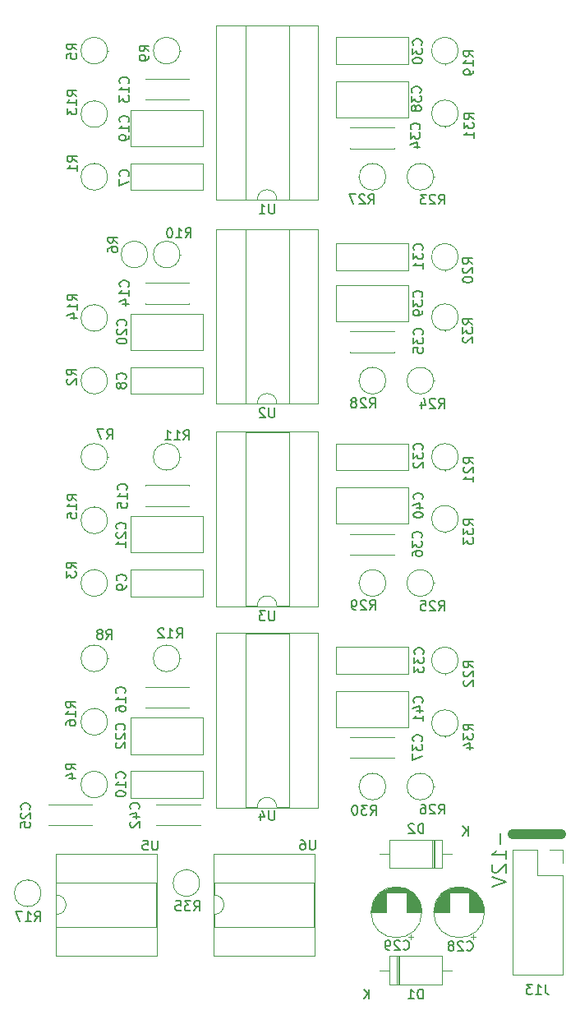
<source format=gbo>
G04 #@! TF.GenerationSoftware,KiCad,Pcbnew,(6.0.4)*
G04 #@! TF.CreationDate,2023-11-12T14:03:14+01:00*
G04 #@! TF.ProjectId,Mixer_BACK,4d697865-725f-4424-9143-4b2e6b696361,rev?*
G04 #@! TF.SameCoordinates,Original*
G04 #@! TF.FileFunction,Legend,Bot*
G04 #@! TF.FilePolarity,Positive*
%FSLAX46Y46*%
G04 Gerber Fmt 4.6, Leading zero omitted, Abs format (unit mm)*
G04 Created by KiCad (PCBNEW (6.0.4)) date 2023-11-12 14:03:14*
%MOMM*%
%LPD*%
G01*
G04 APERTURE LIST*
%ADD10C,1.000000*%
%ADD11C,0.200000*%
%ADD12C,0.150000*%
%ADD13C,0.120000*%
%ADD14R,1.700000X1.700000*%
%ADD15O,1.700000X1.700000*%
%ADD16C,3.200000*%
%ADD17C,1.600000*%
%ADD18O,1.600000X1.600000*%
%ADD19R,1.600000X2.400000*%
%ADD20O,1.600000X2.400000*%
%ADD21R,2.400000X1.600000*%
%ADD22O,2.400000X1.600000*%
%ADD23R,2.200000X2.200000*%
%ADD24O,2.200000X2.200000*%
%ADD25R,1.600000X1.600000*%
G04 APERTURE END LIST*
D10*
X137000000Y-130010000D02*
X142000000Y-130010000D01*
D11*
X135748027Y-129885407D02*
X135748027Y-131028265D01*
X136319456Y-132528265D02*
X136319456Y-131671122D01*
X136319456Y-132099693D02*
X134819456Y-132099693D01*
X135033742Y-131956836D01*
X135176599Y-131813979D01*
X135248027Y-131671122D01*
X134962313Y-133099693D02*
X134890885Y-133171122D01*
X134819456Y-133313979D01*
X134819456Y-133671122D01*
X134890885Y-133813979D01*
X134962313Y-133885407D01*
X135105170Y-133956836D01*
X135248027Y-133956836D01*
X135462313Y-133885407D01*
X136319456Y-133028265D01*
X136319456Y-133956836D01*
X134819456Y-134385407D02*
X136319456Y-134885407D01*
X134819456Y-135385407D01*
D12*
X87725722Y-138955995D02*
X88059055Y-138479805D01*
X88297150Y-138955995D02*
X88297150Y-137955995D01*
X87916198Y-137955995D01*
X87820960Y-138003615D01*
X87773341Y-138051234D01*
X87725722Y-138146472D01*
X87725722Y-138289329D01*
X87773341Y-138384567D01*
X87820960Y-138432186D01*
X87916198Y-138479805D01*
X88297150Y-138479805D01*
X86773341Y-138955995D02*
X87344769Y-138955995D01*
X87059055Y-138955995D02*
X87059055Y-137955995D01*
X87154293Y-138098853D01*
X87249531Y-138194091D01*
X87344769Y-138241710D01*
X86440007Y-137955995D02*
X85773341Y-137955995D01*
X86201912Y-138955995D01*
X132910532Y-112797142D02*
X132434342Y-112463809D01*
X132910532Y-112225714D02*
X131910532Y-112225714D01*
X131910532Y-112606666D01*
X131958152Y-112701904D01*
X132005771Y-112749523D01*
X132101009Y-112797142D01*
X132243866Y-112797142D01*
X132339104Y-112749523D01*
X132386723Y-112701904D01*
X132434342Y-112606666D01*
X132434342Y-112225714D01*
X132005771Y-113178095D02*
X131958152Y-113225714D01*
X131910532Y-113320952D01*
X131910532Y-113559047D01*
X131958152Y-113654285D01*
X132005771Y-113701904D01*
X132101009Y-113749523D01*
X132196247Y-113749523D01*
X132339104Y-113701904D01*
X132910532Y-113130476D01*
X132910532Y-113749523D01*
X132005771Y-114130476D02*
X131958152Y-114178095D01*
X131910532Y-114273333D01*
X131910532Y-114511428D01*
X131958152Y-114606666D01*
X132005771Y-114654285D01*
X132101009Y-114701904D01*
X132196247Y-114701904D01*
X132339104Y-114654285D01*
X132910532Y-114082857D01*
X132910532Y-114701904D01*
X129372857Y-65072380D02*
X129706190Y-64596190D01*
X129944285Y-65072380D02*
X129944285Y-64072380D01*
X129563333Y-64072380D01*
X129468095Y-64120000D01*
X129420476Y-64167619D01*
X129372857Y-64262857D01*
X129372857Y-64405714D01*
X129420476Y-64500952D01*
X129468095Y-64548571D01*
X129563333Y-64596190D01*
X129944285Y-64596190D01*
X128991904Y-64167619D02*
X128944285Y-64120000D01*
X128849047Y-64072380D01*
X128610952Y-64072380D01*
X128515714Y-64120000D01*
X128468095Y-64167619D01*
X128420476Y-64262857D01*
X128420476Y-64358095D01*
X128468095Y-64500952D01*
X129039523Y-65072380D01*
X128420476Y-65072380D01*
X128087142Y-64072380D02*
X127468095Y-64072380D01*
X127801428Y-64453333D01*
X127658571Y-64453333D01*
X127563333Y-64500952D01*
X127515714Y-64548571D01*
X127468095Y-64643809D01*
X127468095Y-64881904D01*
X127515714Y-64977142D01*
X127563333Y-65024761D01*
X127658571Y-65072380D01*
X127944285Y-65072380D01*
X128039523Y-65024761D01*
X128087142Y-64977142D01*
X129372857Y-106922380D02*
X129706190Y-106446190D01*
X129944285Y-106922380D02*
X129944285Y-105922380D01*
X129563333Y-105922380D01*
X129468095Y-105970000D01*
X129420476Y-106017619D01*
X129372857Y-106112857D01*
X129372857Y-106255714D01*
X129420476Y-106350952D01*
X129468095Y-106398571D01*
X129563333Y-106446190D01*
X129944285Y-106446190D01*
X128991904Y-106017619D02*
X128944285Y-105970000D01*
X128849047Y-105922380D01*
X128610952Y-105922380D01*
X128515714Y-105970000D01*
X128468095Y-106017619D01*
X128420476Y-106112857D01*
X128420476Y-106208095D01*
X128468095Y-106350952D01*
X129039523Y-106922380D01*
X128420476Y-106922380D01*
X127515714Y-105922380D02*
X127991904Y-105922380D01*
X128039523Y-106398571D01*
X127991904Y-106350952D01*
X127896666Y-106303333D01*
X127658571Y-106303333D01*
X127563333Y-106350952D01*
X127515714Y-106398571D01*
X127468095Y-106493809D01*
X127468095Y-106731904D01*
X127515714Y-106827142D01*
X127563333Y-106874761D01*
X127658571Y-106922380D01*
X127896666Y-106922380D01*
X127991904Y-106874761D01*
X128039523Y-106827142D01*
X122329205Y-127986242D02*
X122662538Y-127510052D01*
X122900633Y-127986242D02*
X122900633Y-126986242D01*
X122519681Y-126986242D01*
X122424443Y-127033862D01*
X122376824Y-127081481D01*
X122329205Y-127176719D01*
X122329205Y-127319576D01*
X122376824Y-127414814D01*
X122424443Y-127462433D01*
X122519681Y-127510052D01*
X122900633Y-127510052D01*
X121995871Y-126986242D02*
X121376824Y-126986242D01*
X121710157Y-127367195D01*
X121567300Y-127367195D01*
X121472062Y-127414814D01*
X121424443Y-127462433D01*
X121376824Y-127557671D01*
X121376824Y-127795766D01*
X121424443Y-127891004D01*
X121472062Y-127938623D01*
X121567300Y-127986242D01*
X121853014Y-127986242D01*
X121948252Y-127938623D01*
X121995871Y-127891004D01*
X120757776Y-126986242D02*
X120662538Y-126986242D01*
X120567300Y-127033862D01*
X120519681Y-127081481D01*
X120472062Y-127176719D01*
X120424443Y-127367195D01*
X120424443Y-127605290D01*
X120472062Y-127795766D01*
X120519681Y-127891004D01*
X120567300Y-127938623D01*
X120662538Y-127986242D01*
X120757776Y-127986242D01*
X120853014Y-127938623D01*
X120900633Y-127891004D01*
X120948252Y-127795766D01*
X120995871Y-127605290D01*
X120995871Y-127367195D01*
X120948252Y-127176719D01*
X120900633Y-127081481D01*
X120853014Y-127033862D01*
X120757776Y-126986242D01*
X127667778Y-78496101D02*
X127715397Y-78448482D01*
X127763016Y-78305625D01*
X127763016Y-78210387D01*
X127715397Y-78067530D01*
X127620159Y-77972292D01*
X127524921Y-77924673D01*
X127334445Y-77877054D01*
X127191588Y-77877054D01*
X127001112Y-77924673D01*
X126905874Y-77972292D01*
X126810636Y-78067530D01*
X126763016Y-78210387D01*
X126763016Y-78305625D01*
X126810636Y-78448482D01*
X126858255Y-78496101D01*
X126763016Y-78829435D02*
X126763016Y-79448482D01*
X127143969Y-79115149D01*
X127143969Y-79258006D01*
X127191588Y-79353244D01*
X127239207Y-79400863D01*
X127334445Y-79448482D01*
X127572540Y-79448482D01*
X127667778Y-79400863D01*
X127715397Y-79353244D01*
X127763016Y-79258006D01*
X127763016Y-78972292D01*
X127715397Y-78877054D01*
X127667778Y-78829435D01*
X126763016Y-80353244D02*
X126763016Y-79877054D01*
X127239207Y-79829435D01*
X127191588Y-79877054D01*
X127143969Y-79972292D01*
X127143969Y-80210387D01*
X127191588Y-80305625D01*
X127239207Y-80353244D01*
X127334445Y-80400863D01*
X127572540Y-80400863D01*
X127667778Y-80353244D01*
X127715397Y-80305625D01*
X127763016Y-80210387D01*
X127763016Y-79972292D01*
X127715397Y-79877054D01*
X127667778Y-79829435D01*
X104125218Y-137871420D02*
X104458551Y-137395230D01*
X104696646Y-137871420D02*
X104696646Y-136871420D01*
X104315694Y-136871420D01*
X104220456Y-136919040D01*
X104172837Y-136966659D01*
X104125218Y-137061897D01*
X104125218Y-137204754D01*
X104172837Y-137299992D01*
X104220456Y-137347611D01*
X104315694Y-137395230D01*
X104696646Y-137395230D01*
X103791884Y-136871420D02*
X103172837Y-136871420D01*
X103506170Y-137252373D01*
X103363313Y-137252373D01*
X103268075Y-137299992D01*
X103220456Y-137347611D01*
X103172837Y-137442849D01*
X103172837Y-137680944D01*
X103220456Y-137776182D01*
X103268075Y-137823801D01*
X103363313Y-137871420D01*
X103649027Y-137871420D01*
X103744265Y-137823801D01*
X103791884Y-137776182D01*
X102268075Y-136871420D02*
X102744265Y-136871420D01*
X102791884Y-137347611D01*
X102744265Y-137299992D01*
X102649027Y-137252373D01*
X102410932Y-137252373D01*
X102315694Y-137299992D01*
X102268075Y-137347611D01*
X102220456Y-137442849D01*
X102220456Y-137680944D01*
X102268075Y-137776182D01*
X102315694Y-137823801D01*
X102410932Y-137871420D01*
X102649027Y-137871420D01*
X102744265Y-137823801D01*
X102791884Y-137776182D01*
X129372857Y-127892380D02*
X129706190Y-127416190D01*
X129944285Y-127892380D02*
X129944285Y-126892380D01*
X129563333Y-126892380D01*
X129468095Y-126940000D01*
X129420476Y-126987619D01*
X129372857Y-127082857D01*
X129372857Y-127225714D01*
X129420476Y-127320952D01*
X129468095Y-127368571D01*
X129563333Y-127416190D01*
X129944285Y-127416190D01*
X128991904Y-126987619D02*
X128944285Y-126940000D01*
X128849047Y-126892380D01*
X128610952Y-126892380D01*
X128515714Y-126940000D01*
X128468095Y-126987619D01*
X128420476Y-127082857D01*
X128420476Y-127178095D01*
X128468095Y-127320952D01*
X129039523Y-127892380D01*
X128420476Y-127892380D01*
X127563333Y-126892380D02*
X127753809Y-126892380D01*
X127849047Y-126940000D01*
X127896666Y-126987619D01*
X127991904Y-127130476D01*
X128039523Y-127320952D01*
X128039523Y-127701904D01*
X127991904Y-127797142D01*
X127944285Y-127844761D01*
X127849047Y-127892380D01*
X127658571Y-127892380D01*
X127563333Y-127844761D01*
X127515714Y-127797142D01*
X127468095Y-127701904D01*
X127468095Y-127463809D01*
X127515714Y-127368571D01*
X127563333Y-127320952D01*
X127658571Y-127273333D01*
X127849047Y-127273333D01*
X127944285Y-127320952D01*
X127991904Y-127368571D01*
X128039523Y-127463809D01*
X122255257Y-106861674D02*
X122588590Y-106385484D01*
X122826685Y-106861674D02*
X122826685Y-105861674D01*
X122445733Y-105861674D01*
X122350495Y-105909294D01*
X122302876Y-105956913D01*
X122255257Y-106052151D01*
X122255257Y-106195008D01*
X122302876Y-106290246D01*
X122350495Y-106337865D01*
X122445733Y-106385484D01*
X122826685Y-106385484D01*
X121874304Y-105956913D02*
X121826685Y-105909294D01*
X121731447Y-105861674D01*
X121493352Y-105861674D01*
X121398114Y-105909294D01*
X121350495Y-105956913D01*
X121302876Y-106052151D01*
X121302876Y-106147389D01*
X121350495Y-106290246D01*
X121921923Y-106861674D01*
X121302876Y-106861674D01*
X120826685Y-106861674D02*
X120636209Y-106861674D01*
X120540971Y-106814055D01*
X120493352Y-106766436D01*
X120398114Y-106623579D01*
X120350495Y-106433103D01*
X120350495Y-106052151D01*
X120398114Y-105956913D01*
X120445733Y-105909294D01*
X120540971Y-105861674D01*
X120731447Y-105861674D01*
X120826685Y-105909294D01*
X120874304Y-105956913D01*
X120921923Y-106052151D01*
X120921923Y-106290246D01*
X120874304Y-106385484D01*
X120826685Y-106433103D01*
X120731447Y-106480722D01*
X120540971Y-106480722D01*
X120445733Y-106433103D01*
X120398114Y-106385484D01*
X120350495Y-106290246D01*
X116618283Y-130585813D02*
X116618283Y-131395337D01*
X116570664Y-131490575D01*
X116523045Y-131538194D01*
X116427807Y-131585813D01*
X116237331Y-131585813D01*
X116142093Y-131538194D01*
X116094474Y-131490575D01*
X116046855Y-131395337D01*
X116046855Y-130585813D01*
X115142093Y-130585813D02*
X115332569Y-130585813D01*
X115427807Y-130633433D01*
X115475426Y-130681052D01*
X115570664Y-130823909D01*
X115618283Y-131014385D01*
X115618283Y-131395337D01*
X115570664Y-131490575D01*
X115523045Y-131538194D01*
X115427807Y-131585813D01*
X115237331Y-131585813D01*
X115142093Y-131538194D01*
X115094474Y-131490575D01*
X115046855Y-131395337D01*
X115046855Y-131157242D01*
X115094474Y-131062004D01*
X115142093Y-131014385D01*
X115237331Y-130966766D01*
X115427807Y-130966766D01*
X115523045Y-131014385D01*
X115570664Y-131062004D01*
X115618283Y-131157242D01*
X112431904Y-127529723D02*
X112431904Y-128339247D01*
X112384285Y-128434485D01*
X112336666Y-128482104D01*
X112241428Y-128529723D01*
X112050952Y-128529723D01*
X111955714Y-128482104D01*
X111908095Y-128434485D01*
X111860476Y-128339247D01*
X111860476Y-127529723D01*
X110955714Y-127863057D02*
X110955714Y-128529723D01*
X111193809Y-127482104D02*
X111431904Y-128196390D01*
X110812857Y-128196390D01*
X97357142Y-56607142D02*
X97404761Y-56559523D01*
X97452380Y-56416666D01*
X97452380Y-56321428D01*
X97404761Y-56178571D01*
X97309523Y-56083333D01*
X97214285Y-56035714D01*
X97023809Y-55988095D01*
X96880952Y-55988095D01*
X96690476Y-56035714D01*
X96595238Y-56083333D01*
X96500000Y-56178571D01*
X96452380Y-56321428D01*
X96452380Y-56416666D01*
X96500000Y-56559523D01*
X96547619Y-56607142D01*
X97452380Y-57559523D02*
X97452380Y-56988095D01*
X97452380Y-57273809D02*
X96452380Y-57273809D01*
X96595238Y-57178571D01*
X96690476Y-57083333D01*
X96738095Y-56988095D01*
X97452380Y-58035714D02*
X97452380Y-58226190D01*
X97404761Y-58321428D01*
X97357142Y-58369047D01*
X97214285Y-58464285D01*
X97023809Y-58511904D01*
X96642857Y-58511904D01*
X96547619Y-58464285D01*
X96500000Y-58416666D01*
X96452380Y-58321428D01*
X96452380Y-58130952D01*
X96500000Y-58035714D01*
X96547619Y-57988095D01*
X96642857Y-57940476D01*
X96880952Y-57940476D01*
X96976190Y-57988095D01*
X97023809Y-58035714D01*
X97071428Y-58130952D01*
X97071428Y-58321428D01*
X97023809Y-58416666D01*
X96976190Y-58464285D01*
X96880952Y-58511904D01*
X96965161Y-124191514D02*
X97012780Y-124143895D01*
X97060399Y-124001038D01*
X97060399Y-123905800D01*
X97012780Y-123762943D01*
X96917542Y-123667705D01*
X96822304Y-123620086D01*
X96631828Y-123572467D01*
X96488971Y-123572467D01*
X96298495Y-123620086D01*
X96203257Y-123667705D01*
X96108019Y-123762943D01*
X96060399Y-123905800D01*
X96060399Y-124001038D01*
X96108019Y-124143895D01*
X96155638Y-124191514D01*
X97060399Y-125143895D02*
X97060399Y-124572467D01*
X97060399Y-124858181D02*
X96060399Y-124858181D01*
X96203257Y-124762943D01*
X96298495Y-124667705D01*
X96346114Y-124572467D01*
X96060399Y-125762943D02*
X96060399Y-125858181D01*
X96108019Y-125953419D01*
X96155638Y-126001038D01*
X96250876Y-126048657D01*
X96441352Y-126096276D01*
X96679447Y-126096276D01*
X96869923Y-126048657D01*
X96965161Y-126001038D01*
X97012780Y-125953419D01*
X97060399Y-125858181D01*
X97060399Y-125762943D01*
X97012780Y-125667705D01*
X96965161Y-125620086D01*
X96869923Y-125572467D01*
X96679447Y-125524848D01*
X96441352Y-125524848D01*
X96250876Y-125572467D01*
X96155638Y-125620086D01*
X96108019Y-125667705D01*
X96060399Y-125762943D01*
X132932101Y-49845999D02*
X132455911Y-49512666D01*
X132932101Y-49274571D02*
X131932101Y-49274571D01*
X131932101Y-49655523D01*
X131979721Y-49750761D01*
X132027340Y-49798380D01*
X132122578Y-49845999D01*
X132265435Y-49845999D01*
X132360673Y-49798380D01*
X132408292Y-49750761D01*
X132455911Y-49655523D01*
X132455911Y-49274571D01*
X132932101Y-50798380D02*
X132932101Y-50226952D01*
X132932101Y-50512666D02*
X131932101Y-50512666D01*
X132074959Y-50417428D01*
X132170197Y-50322190D01*
X132217816Y-50226952D01*
X132932101Y-51274571D02*
X132932101Y-51465047D01*
X132884482Y-51560285D01*
X132836863Y-51607904D01*
X132694006Y-51703142D01*
X132503530Y-51750761D01*
X132122578Y-51750761D01*
X132027340Y-51703142D01*
X131979721Y-51655523D01*
X131932101Y-51560285D01*
X131932101Y-51369809D01*
X131979721Y-51274571D01*
X132027340Y-51226952D01*
X132122578Y-51179333D01*
X132360673Y-51179333D01*
X132455911Y-51226952D01*
X132503530Y-51274571D01*
X132551149Y-51369809D01*
X132551149Y-51560285D01*
X132503530Y-51655523D01*
X132455911Y-51703142D01*
X132360673Y-51750761D01*
X91982615Y-102563333D02*
X91506425Y-102230000D01*
X91982615Y-101991904D02*
X90982615Y-101991904D01*
X90982615Y-102372857D01*
X91030235Y-102468095D01*
X91077854Y-102515714D01*
X91173092Y-102563333D01*
X91315949Y-102563333D01*
X91411187Y-102515714D01*
X91458806Y-102468095D01*
X91506425Y-102372857D01*
X91506425Y-101991904D01*
X90982615Y-102896666D02*
X90982615Y-103515714D01*
X91363568Y-103182380D01*
X91363568Y-103325238D01*
X91411187Y-103420476D01*
X91458806Y-103468095D01*
X91554044Y-103515714D01*
X91792139Y-103515714D01*
X91887377Y-103468095D01*
X91934996Y-103420476D01*
X91982615Y-103325238D01*
X91982615Y-103039523D01*
X91934996Y-102944285D01*
X91887377Y-102896666D01*
X98445112Y-127354373D02*
X98492731Y-127306754D01*
X98540350Y-127163897D01*
X98540350Y-127068659D01*
X98492731Y-126925802D01*
X98397493Y-126830564D01*
X98302255Y-126782945D01*
X98111779Y-126735326D01*
X97968922Y-126735326D01*
X97778446Y-126782945D01*
X97683208Y-126830564D01*
X97587970Y-126925802D01*
X97540350Y-127068659D01*
X97540350Y-127163897D01*
X97587970Y-127306754D01*
X97635589Y-127354373D01*
X97873684Y-128211516D02*
X98540350Y-128211516D01*
X97492731Y-127973421D02*
X98207017Y-127735326D01*
X98207017Y-128354373D01*
X97635589Y-128687707D02*
X97587970Y-128735326D01*
X97540350Y-128830564D01*
X97540350Y-129068659D01*
X97587970Y-129163897D01*
X97635589Y-129211516D01*
X97730827Y-129259135D01*
X97826065Y-129259135D01*
X97968922Y-129211516D01*
X98540350Y-128640088D01*
X98540350Y-129259135D01*
X112431904Y-86032380D02*
X112431904Y-86841904D01*
X112384285Y-86937142D01*
X112336666Y-86984761D01*
X112241428Y-87032380D01*
X112050952Y-87032380D01*
X111955714Y-86984761D01*
X111908095Y-86937142D01*
X111860476Y-86841904D01*
X111860476Y-86032380D01*
X111431904Y-86127619D02*
X111384285Y-86080000D01*
X111289047Y-86032380D01*
X111050952Y-86032380D01*
X110955714Y-86080000D01*
X110908095Y-86127619D01*
X110860476Y-86222857D01*
X110860476Y-86318095D01*
X110908095Y-86460952D01*
X111479523Y-87032380D01*
X110860476Y-87032380D01*
X91933316Y-116911713D02*
X91457126Y-116578380D01*
X91933316Y-116340285D02*
X90933316Y-116340285D01*
X90933316Y-116721237D01*
X90980936Y-116816475D01*
X91028555Y-116864094D01*
X91123793Y-116911713D01*
X91266650Y-116911713D01*
X91361888Y-116864094D01*
X91409507Y-116816475D01*
X91457126Y-116721237D01*
X91457126Y-116340285D01*
X91933316Y-117864094D02*
X91933316Y-117292666D01*
X91933316Y-117578380D02*
X90933316Y-117578380D01*
X91076174Y-117483142D01*
X91171412Y-117387904D01*
X91219031Y-117292666D01*
X90933316Y-118721237D02*
X90933316Y-118530761D01*
X90980936Y-118435523D01*
X91028555Y-118387904D01*
X91171412Y-118292666D01*
X91361888Y-118245047D01*
X91742840Y-118245047D01*
X91838078Y-118292666D01*
X91885697Y-118340285D01*
X91933316Y-118435523D01*
X91933316Y-118625999D01*
X91885697Y-118721237D01*
X91838078Y-118768856D01*
X91742840Y-118816475D01*
X91504745Y-118816475D01*
X91409507Y-118768856D01*
X91361888Y-118721237D01*
X91314269Y-118625999D01*
X91314269Y-118435523D01*
X91361888Y-118340285D01*
X91409507Y-118292666D01*
X91504745Y-118245047D01*
X87187110Y-127403672D02*
X87234729Y-127356053D01*
X87282348Y-127213196D01*
X87282348Y-127117958D01*
X87234729Y-126975101D01*
X87139491Y-126879863D01*
X87044253Y-126832244D01*
X86853777Y-126784625D01*
X86710920Y-126784625D01*
X86520444Y-126832244D01*
X86425206Y-126879863D01*
X86329968Y-126975101D01*
X86282348Y-127117958D01*
X86282348Y-127213196D01*
X86329968Y-127356053D01*
X86377587Y-127403672D01*
X86377587Y-127784625D02*
X86329968Y-127832244D01*
X86282348Y-127927482D01*
X86282348Y-128165577D01*
X86329968Y-128260815D01*
X86377587Y-128308434D01*
X86472825Y-128356053D01*
X86568063Y-128356053D01*
X86710920Y-128308434D01*
X87282348Y-127737006D01*
X87282348Y-128356053D01*
X86282348Y-129260815D02*
X86282348Y-128784625D01*
X86758539Y-128737006D01*
X86710920Y-128784625D01*
X86663301Y-128879863D01*
X86663301Y-129117958D01*
X86710920Y-129213196D01*
X86758539Y-129260815D01*
X86853777Y-129308434D01*
X87091872Y-129308434D01*
X87187110Y-129260815D01*
X87234729Y-129213196D01*
X87282348Y-129117958D01*
X87282348Y-128879863D01*
X87234729Y-128784625D01*
X87187110Y-128737006D01*
X96981594Y-115449180D02*
X97029213Y-115401561D01*
X97076832Y-115258704D01*
X97076832Y-115163466D01*
X97029213Y-115020609D01*
X96933975Y-114925371D01*
X96838737Y-114877752D01*
X96648261Y-114830133D01*
X96505404Y-114830133D01*
X96314928Y-114877752D01*
X96219690Y-114925371D01*
X96124452Y-115020609D01*
X96076832Y-115163466D01*
X96076832Y-115258704D01*
X96124452Y-115401561D01*
X96172071Y-115449180D01*
X97076832Y-116401561D02*
X97076832Y-115830133D01*
X97076832Y-116115847D02*
X96076832Y-116115847D01*
X96219690Y-116020609D01*
X96314928Y-115925371D01*
X96362547Y-115830133D01*
X96076832Y-117258704D02*
X96076832Y-117068228D01*
X96124452Y-116972990D01*
X96172071Y-116925371D01*
X96314928Y-116830133D01*
X96505404Y-116782514D01*
X96886356Y-116782514D01*
X96981594Y-116830133D01*
X97029213Y-116877752D01*
X97076832Y-116972990D01*
X97076832Y-117163466D01*
X97029213Y-117258704D01*
X96981594Y-117306323D01*
X96886356Y-117353942D01*
X96648261Y-117353942D01*
X96553023Y-117306323D01*
X96505404Y-117258704D01*
X96457785Y-117163466D01*
X96457785Y-116972990D01*
X96505404Y-116877752D01*
X96553023Y-116830133D01*
X96648261Y-116782514D01*
X112431904Y-106972092D02*
X112431904Y-107781616D01*
X112384285Y-107876854D01*
X112336666Y-107924473D01*
X112241428Y-107972092D01*
X112050952Y-107972092D01*
X111955714Y-107924473D01*
X111908095Y-107876854D01*
X111860476Y-107781616D01*
X111860476Y-106972092D01*
X111479523Y-106972092D02*
X110860476Y-106972092D01*
X111193809Y-107353045D01*
X111050952Y-107353045D01*
X110955714Y-107400664D01*
X110908095Y-107448283D01*
X110860476Y-107543521D01*
X110860476Y-107781616D01*
X110908095Y-107876854D01*
X110955714Y-107924473D01*
X111050952Y-107972092D01*
X111336666Y-107972092D01*
X111431904Y-107924473D01*
X111479523Y-107876854D01*
X92073591Y-60713333D02*
X91597401Y-60380000D01*
X92073591Y-60141904D02*
X91073591Y-60141904D01*
X91073591Y-60522857D01*
X91121211Y-60618095D01*
X91168830Y-60665714D01*
X91264068Y-60713333D01*
X91406925Y-60713333D01*
X91502163Y-60665714D01*
X91549782Y-60618095D01*
X91597401Y-60522857D01*
X91597401Y-60141904D01*
X92073591Y-61665714D02*
X92073591Y-61094285D01*
X92073591Y-61380000D02*
X91073591Y-61380000D01*
X91216449Y-61284761D01*
X91311687Y-61189523D01*
X91359306Y-61094285D01*
X92081213Y-74974803D02*
X91605023Y-74641470D01*
X92081213Y-74403375D02*
X91081213Y-74403375D01*
X91081213Y-74784327D01*
X91128833Y-74879565D01*
X91176452Y-74927184D01*
X91271690Y-74974803D01*
X91414547Y-74974803D01*
X91509785Y-74927184D01*
X91557404Y-74879565D01*
X91605023Y-74784327D01*
X91605023Y-74403375D01*
X92081213Y-75927184D02*
X92081213Y-75355756D01*
X92081213Y-75641470D02*
X91081213Y-75641470D01*
X91224071Y-75546232D01*
X91319309Y-75450994D01*
X91366928Y-75355756D01*
X91414547Y-76784327D02*
X92081213Y-76784327D01*
X91033594Y-76546232D02*
X91747880Y-76308137D01*
X91747880Y-76927184D01*
X91949749Y-123323333D02*
X91473559Y-122990000D01*
X91949749Y-122751904D02*
X90949749Y-122751904D01*
X90949749Y-123132857D01*
X90997369Y-123228095D01*
X91044988Y-123275714D01*
X91140226Y-123323333D01*
X91283083Y-123323333D01*
X91378321Y-123275714D01*
X91425940Y-123228095D01*
X91473559Y-123132857D01*
X91473559Y-122751904D01*
X91283083Y-124180476D02*
X91949749Y-124180476D01*
X90902130Y-123942380D02*
X91616416Y-123704285D01*
X91616416Y-124323333D01*
X92041115Y-49154760D02*
X91564925Y-48821427D01*
X92041115Y-48583331D02*
X91041115Y-48583331D01*
X91041115Y-48964284D01*
X91088735Y-49059522D01*
X91136354Y-49107141D01*
X91231592Y-49154760D01*
X91374449Y-49154760D01*
X91469687Y-49107141D01*
X91517306Y-49059522D01*
X91564925Y-48964284D01*
X91564925Y-48583331D01*
X91041115Y-50059522D02*
X91041115Y-49583331D01*
X91517306Y-49535712D01*
X91469687Y-49583331D01*
X91422068Y-49678569D01*
X91422068Y-49916665D01*
X91469687Y-50011903D01*
X91517306Y-50059522D01*
X91612544Y-50107141D01*
X91850639Y-50107141D01*
X91945877Y-50059522D01*
X91993496Y-50011903D01*
X92041115Y-49916665D01*
X92041115Y-49678569D01*
X91993496Y-49583331D01*
X91945877Y-49535712D01*
X97145924Y-94480725D02*
X97193543Y-94433106D01*
X97241162Y-94290249D01*
X97241162Y-94195011D01*
X97193543Y-94052154D01*
X97098305Y-93956916D01*
X97003067Y-93909297D01*
X96812591Y-93861678D01*
X96669734Y-93861678D01*
X96479258Y-93909297D01*
X96384020Y-93956916D01*
X96288782Y-94052154D01*
X96241162Y-94195011D01*
X96241162Y-94290249D01*
X96288782Y-94433106D01*
X96336401Y-94480725D01*
X97241162Y-95433106D02*
X97241162Y-94861678D01*
X97241162Y-95147392D02*
X96241162Y-95147392D01*
X96384020Y-95052154D01*
X96479258Y-94956916D01*
X96526877Y-94861678D01*
X96241162Y-96337868D02*
X96241162Y-95861678D01*
X96717353Y-95814059D01*
X96669734Y-95861678D01*
X96622115Y-95956916D01*
X96622115Y-96195011D01*
X96669734Y-96290249D01*
X96717353Y-96337868D01*
X96812591Y-96385487D01*
X97050686Y-96385487D01*
X97145924Y-96337868D01*
X97193543Y-96290249D01*
X97241162Y-96195011D01*
X97241162Y-95956916D01*
X97193543Y-95861678D01*
X97145924Y-95814059D01*
X97357142Y-52603515D02*
X97404761Y-52555896D01*
X97452380Y-52413039D01*
X97452380Y-52317801D01*
X97404761Y-52174944D01*
X97309523Y-52079706D01*
X97214285Y-52032087D01*
X97023809Y-51984468D01*
X96880952Y-51984468D01*
X96690476Y-52032087D01*
X96595238Y-52079706D01*
X96500000Y-52174944D01*
X96452380Y-52317801D01*
X96452380Y-52413039D01*
X96500000Y-52555896D01*
X96547619Y-52603515D01*
X97452380Y-53555896D02*
X97452380Y-52984468D01*
X97452380Y-53270182D02*
X96452380Y-53270182D01*
X96595238Y-53174944D01*
X96690476Y-53079706D01*
X96738095Y-52984468D01*
X96452380Y-53889230D02*
X96452380Y-54508277D01*
X96833333Y-54174944D01*
X96833333Y-54317801D01*
X96880952Y-54413039D01*
X96928571Y-54460658D01*
X97023809Y-54508277D01*
X97261904Y-54508277D01*
X97357142Y-54460658D01*
X97404761Y-54413039D01*
X97452380Y-54317801D01*
X97452380Y-54032087D01*
X97404761Y-53936849D01*
X97357142Y-53889230D01*
X127638912Y-95462971D02*
X127686531Y-95415352D01*
X127734150Y-95272495D01*
X127734150Y-95177257D01*
X127686531Y-95034400D01*
X127591293Y-94939162D01*
X127496055Y-94891543D01*
X127305579Y-94843924D01*
X127162722Y-94843924D01*
X126972246Y-94891543D01*
X126877008Y-94939162D01*
X126781770Y-95034400D01*
X126734150Y-95177257D01*
X126734150Y-95272495D01*
X126781770Y-95415352D01*
X126829389Y-95462971D01*
X127067484Y-96320114D02*
X127734150Y-96320114D01*
X126686531Y-96082019D02*
X127400817Y-95843924D01*
X127400817Y-96462971D01*
X126734150Y-97034400D02*
X126734150Y-97129638D01*
X126781770Y-97224876D01*
X126829389Y-97272495D01*
X126924627Y-97320114D01*
X127115103Y-97367733D01*
X127353198Y-97367733D01*
X127543674Y-97320114D01*
X127638912Y-97272495D01*
X127686531Y-97224876D01*
X127734150Y-97129638D01*
X127734150Y-97034400D01*
X127686531Y-96939162D01*
X127638912Y-96891543D01*
X127543674Y-96843924D01*
X127353198Y-96796305D01*
X127115103Y-96796305D01*
X126924627Y-96843924D01*
X126829389Y-96891543D01*
X126781770Y-96939162D01*
X126734150Y-97034400D01*
X127775815Y-129874249D02*
X127775815Y-128874249D01*
X127537720Y-128874249D01*
X127394862Y-128921869D01*
X127299624Y-129017107D01*
X127252005Y-129112345D01*
X127204386Y-129302821D01*
X127204386Y-129445678D01*
X127252005Y-129636154D01*
X127299624Y-129731392D01*
X127394862Y-129826630D01*
X127537720Y-129874249D01*
X127775815Y-129874249D01*
X126823434Y-128969488D02*
X126775815Y-128921869D01*
X126680577Y-128874249D01*
X126442481Y-128874249D01*
X126347243Y-128921869D01*
X126299624Y-128969488D01*
X126252005Y-129064726D01*
X126252005Y-129159964D01*
X126299624Y-129302821D01*
X126871053Y-129874249D01*
X126252005Y-129874249D01*
X132367733Y-130124265D02*
X132367733Y-129124265D01*
X131796305Y-130124265D02*
X132224876Y-129552837D01*
X131796305Y-129124265D02*
X132367733Y-129695694D01*
X132840367Y-77437142D02*
X132364177Y-77103809D01*
X132840367Y-76865714D02*
X131840367Y-76865714D01*
X131840367Y-77246666D01*
X131887987Y-77341904D01*
X131935606Y-77389523D01*
X132030844Y-77437142D01*
X132173701Y-77437142D01*
X132268939Y-77389523D01*
X132316558Y-77341904D01*
X132364177Y-77246666D01*
X132364177Y-76865714D01*
X131840367Y-77770476D02*
X131840367Y-78389523D01*
X132221320Y-78056190D01*
X132221320Y-78199047D01*
X132268939Y-78294285D01*
X132316558Y-78341904D01*
X132411796Y-78389523D01*
X132649891Y-78389523D01*
X132745129Y-78341904D01*
X132792748Y-78294285D01*
X132840367Y-78199047D01*
X132840367Y-77913333D01*
X132792748Y-77818095D01*
X132745129Y-77770476D01*
X131935606Y-78770476D02*
X131887987Y-78818095D01*
X131840367Y-78913333D01*
X131840367Y-79151428D01*
X131887987Y-79246666D01*
X131935606Y-79294285D01*
X132030844Y-79341904D01*
X132126082Y-79341904D01*
X132268939Y-79294285D01*
X132840367Y-78722857D01*
X132840367Y-79341904D01*
X100398953Y-130610463D02*
X100398953Y-131419987D01*
X100351334Y-131515225D01*
X100303715Y-131562844D01*
X100208477Y-131610463D01*
X100018001Y-131610463D01*
X99922763Y-131562844D01*
X99875144Y-131515225D01*
X99827525Y-131419987D01*
X99827525Y-130610463D01*
X98875144Y-130610463D02*
X99351334Y-130610463D01*
X99398953Y-131086654D01*
X99351334Y-131039035D01*
X99256096Y-130991416D01*
X99018001Y-130991416D01*
X98922763Y-131039035D01*
X98875144Y-131086654D01*
X98827525Y-131181892D01*
X98827525Y-131419987D01*
X98875144Y-131515225D01*
X98922763Y-131562844D01*
X99018001Y-131610463D01*
X99256096Y-131610463D01*
X99351334Y-131562844D01*
X99398953Y-131515225D01*
X127633702Y-69789637D02*
X127681321Y-69742018D01*
X127728940Y-69599161D01*
X127728940Y-69503923D01*
X127681321Y-69361066D01*
X127586083Y-69265828D01*
X127490845Y-69218209D01*
X127300369Y-69170590D01*
X127157512Y-69170590D01*
X126967036Y-69218209D01*
X126871798Y-69265828D01*
X126776560Y-69361066D01*
X126728940Y-69503923D01*
X126728940Y-69599161D01*
X126776560Y-69742018D01*
X126824179Y-69789637D01*
X126728940Y-70122971D02*
X126728940Y-70742018D01*
X127109893Y-70408685D01*
X127109893Y-70551542D01*
X127157512Y-70646780D01*
X127205131Y-70694399D01*
X127300369Y-70742018D01*
X127538464Y-70742018D01*
X127633702Y-70694399D01*
X127681321Y-70646780D01*
X127728940Y-70551542D01*
X127728940Y-70265828D01*
X127681321Y-70170590D01*
X127633702Y-70122971D01*
X127728940Y-71694399D02*
X127728940Y-71122971D01*
X127728940Y-71408685D02*
X126728940Y-71408685D01*
X126871798Y-71313447D01*
X126967036Y-71218209D01*
X127014655Y-71122971D01*
X127638912Y-116414993D02*
X127686531Y-116367374D01*
X127734150Y-116224517D01*
X127734150Y-116129279D01*
X127686531Y-115986422D01*
X127591293Y-115891184D01*
X127496055Y-115843565D01*
X127305579Y-115795946D01*
X127162722Y-115795946D01*
X126972246Y-115843565D01*
X126877008Y-115891184D01*
X126781770Y-115986422D01*
X126734150Y-116129279D01*
X126734150Y-116224517D01*
X126781770Y-116367374D01*
X126829389Y-116414993D01*
X127067484Y-117272136D02*
X127734150Y-117272136D01*
X126686531Y-117034041D02*
X127400817Y-116795946D01*
X127400817Y-117414993D01*
X127734150Y-118319755D02*
X127734150Y-117748327D01*
X127734150Y-118034041D02*
X126734150Y-118034041D01*
X126877008Y-117938803D01*
X126972246Y-117843565D01*
X127019865Y-117748327D01*
X103068143Y-89347871D02*
X103401476Y-88871681D01*
X103639571Y-89347871D02*
X103639571Y-88347871D01*
X103258619Y-88347871D01*
X103163381Y-88395491D01*
X103115762Y-88443110D01*
X103068143Y-88538348D01*
X103068143Y-88681205D01*
X103115762Y-88776443D01*
X103163381Y-88824062D01*
X103258619Y-88871681D01*
X103639571Y-88871681D01*
X102115762Y-89347871D02*
X102687190Y-89347871D01*
X102401476Y-89347871D02*
X102401476Y-88347871D01*
X102496714Y-88490729D01*
X102591952Y-88585967D01*
X102687190Y-88633586D01*
X101163381Y-89347871D02*
X101734809Y-89347871D01*
X101449095Y-89347871D02*
X101449095Y-88347871D01*
X101544333Y-88490729D01*
X101639571Y-88585967D01*
X101734809Y-88633586D01*
X127638912Y-90335888D02*
X127686531Y-90288269D01*
X127734150Y-90145412D01*
X127734150Y-90050174D01*
X127686531Y-89907317D01*
X127591293Y-89812079D01*
X127496055Y-89764460D01*
X127305579Y-89716841D01*
X127162722Y-89716841D01*
X126972246Y-89764460D01*
X126877008Y-89812079D01*
X126781770Y-89907317D01*
X126734150Y-90050174D01*
X126734150Y-90145412D01*
X126781770Y-90288269D01*
X126829389Y-90335888D01*
X126734150Y-90669222D02*
X126734150Y-91288269D01*
X127115103Y-90954936D01*
X127115103Y-91097793D01*
X127162722Y-91193031D01*
X127210341Y-91240650D01*
X127305579Y-91288269D01*
X127543674Y-91288269D01*
X127638912Y-91240650D01*
X127686531Y-91193031D01*
X127734150Y-91097793D01*
X127734150Y-90812079D01*
X127686531Y-90716841D01*
X127638912Y-90669222D01*
X126829389Y-91669222D02*
X126781770Y-91716841D01*
X126734150Y-91812079D01*
X126734150Y-92050174D01*
X126781770Y-92145412D01*
X126829389Y-92193031D01*
X126924627Y-92240650D01*
X127019865Y-92240650D01*
X127162722Y-92193031D01*
X127734150Y-91621603D01*
X127734150Y-92240650D01*
X92015481Y-82681496D02*
X91539291Y-82348163D01*
X92015481Y-82110067D02*
X91015481Y-82110067D01*
X91015481Y-82491020D01*
X91063101Y-82586258D01*
X91110720Y-82633877D01*
X91205958Y-82681496D01*
X91348815Y-82681496D01*
X91444053Y-82633877D01*
X91491672Y-82586258D01*
X91539291Y-82491020D01*
X91539291Y-82110067D01*
X91110720Y-83062448D02*
X91063101Y-83110067D01*
X91015481Y-83205305D01*
X91015481Y-83443401D01*
X91063101Y-83538639D01*
X91110720Y-83586258D01*
X91205958Y-83633877D01*
X91301196Y-83633877D01*
X91444053Y-83586258D01*
X92015481Y-83014829D01*
X92015481Y-83633877D01*
X97047326Y-103847146D02*
X97094945Y-103799527D01*
X97142564Y-103656670D01*
X97142564Y-103561432D01*
X97094945Y-103418574D01*
X96999707Y-103323336D01*
X96904469Y-103275717D01*
X96713993Y-103228098D01*
X96571136Y-103228098D01*
X96380660Y-103275717D01*
X96285422Y-103323336D01*
X96190184Y-103418574D01*
X96142564Y-103561432D01*
X96142564Y-103656670D01*
X96190184Y-103799527D01*
X96237803Y-103847146D01*
X97142564Y-104323336D02*
X97142564Y-104513813D01*
X97094945Y-104609051D01*
X97047326Y-104656670D01*
X96904469Y-104751908D01*
X96713993Y-104799527D01*
X96333041Y-104799527D01*
X96237803Y-104751908D01*
X96190184Y-104704289D01*
X96142564Y-104609051D01*
X96142564Y-104418574D01*
X96190184Y-104323336D01*
X96237803Y-104275717D01*
X96333041Y-104228098D01*
X96571136Y-104228098D01*
X96666374Y-104275717D01*
X96713993Y-104323336D01*
X96761612Y-104418574D01*
X96761612Y-104609051D01*
X96713993Y-104704289D01*
X96666374Y-104751908D01*
X96571136Y-104799527D01*
X112431904Y-65032380D02*
X112431904Y-65841904D01*
X112384285Y-65937142D01*
X112336666Y-65984761D01*
X112241428Y-66032380D01*
X112050952Y-66032380D01*
X111955714Y-65984761D01*
X111908095Y-65937142D01*
X111860476Y-65841904D01*
X111860476Y-65032380D01*
X110860476Y-66032380D02*
X111431904Y-66032380D01*
X111146190Y-66032380D02*
X111146190Y-65032380D01*
X111241428Y-65175238D01*
X111336666Y-65270476D01*
X111431904Y-65318095D01*
X125725678Y-141804996D02*
X125773297Y-141852615D01*
X125916154Y-141900234D01*
X126011392Y-141900234D01*
X126154249Y-141852615D01*
X126249487Y-141757377D01*
X126297106Y-141662139D01*
X126344725Y-141471663D01*
X126344725Y-141328806D01*
X126297106Y-141138330D01*
X126249487Y-141043092D01*
X126154249Y-140947854D01*
X126011392Y-140900234D01*
X125916154Y-140900234D01*
X125773297Y-140947854D01*
X125725678Y-140995473D01*
X125344725Y-140995473D02*
X125297106Y-140947854D01*
X125201868Y-140900234D01*
X124963773Y-140900234D01*
X124868535Y-140947854D01*
X124820916Y-140995473D01*
X124773297Y-141090711D01*
X124773297Y-141185949D01*
X124820916Y-141328806D01*
X125392344Y-141900234D01*
X124773297Y-141900234D01*
X124297106Y-141900234D02*
X124106630Y-141900234D01*
X124011392Y-141852615D01*
X123963773Y-141804996D01*
X123868535Y-141662139D01*
X123820916Y-141471663D01*
X123820916Y-141090711D01*
X123868535Y-140995473D01*
X123916154Y-140947854D01*
X124011392Y-140900234D01*
X124201868Y-140900234D01*
X124297106Y-140947854D01*
X124344725Y-140995473D01*
X124392344Y-141090711D01*
X124392344Y-141328806D01*
X124344725Y-141424044D01*
X124297106Y-141471663D01*
X124201868Y-141519282D01*
X124011392Y-141519282D01*
X123916154Y-141471663D01*
X123868535Y-141424044D01*
X123820916Y-141328806D01*
X132966177Y-56320473D02*
X132489987Y-55987140D01*
X132966177Y-55749045D02*
X131966177Y-55749045D01*
X131966177Y-56129997D01*
X132013797Y-56225235D01*
X132061416Y-56272854D01*
X132156654Y-56320473D01*
X132299511Y-56320473D01*
X132394749Y-56272854D01*
X132442368Y-56225235D01*
X132489987Y-56129997D01*
X132489987Y-55749045D01*
X131966177Y-56653807D02*
X131966177Y-57272854D01*
X132347130Y-56939521D01*
X132347130Y-57082378D01*
X132394749Y-57177616D01*
X132442368Y-57225235D01*
X132537606Y-57272854D01*
X132775701Y-57272854D01*
X132870939Y-57225235D01*
X132918558Y-57177616D01*
X132966177Y-57082378D01*
X132966177Y-56796664D01*
X132918558Y-56701426D01*
X132870939Y-56653807D01*
X132966177Y-58225235D02*
X132966177Y-57653807D01*
X132966177Y-57939521D02*
X131966177Y-57939521D01*
X132109035Y-57844283D01*
X132204273Y-57749045D01*
X132251892Y-57653807D01*
X127540315Y-99431530D02*
X127587934Y-99383911D01*
X127635553Y-99241054D01*
X127635553Y-99145816D01*
X127587934Y-99002959D01*
X127492696Y-98907721D01*
X127397458Y-98860102D01*
X127206982Y-98812483D01*
X127064125Y-98812483D01*
X126873649Y-98860102D01*
X126778411Y-98907721D01*
X126683173Y-99002959D01*
X126635553Y-99145816D01*
X126635553Y-99241054D01*
X126683173Y-99383911D01*
X126730792Y-99431530D01*
X126635553Y-99764864D02*
X126635553Y-100383911D01*
X127016506Y-100050578D01*
X127016506Y-100193435D01*
X127064125Y-100288673D01*
X127111744Y-100336292D01*
X127206982Y-100383911D01*
X127445077Y-100383911D01*
X127540315Y-100336292D01*
X127587934Y-100288673D01*
X127635553Y-100193435D01*
X127635553Y-99907721D01*
X127587934Y-99812483D01*
X127540315Y-99764864D01*
X126635553Y-101241054D02*
X126635553Y-101050578D01*
X126683173Y-100955340D01*
X126730792Y-100907721D01*
X126873649Y-100812483D01*
X127064125Y-100764864D01*
X127445077Y-100764864D01*
X127540315Y-100812483D01*
X127587934Y-100860102D01*
X127635553Y-100955340D01*
X127635553Y-101145816D01*
X127587934Y-101241054D01*
X127540315Y-101288673D01*
X127445077Y-101336292D01*
X127206982Y-101336292D01*
X127111744Y-101288673D01*
X127064125Y-101241054D01*
X127016506Y-101145816D01*
X127016506Y-100955340D01*
X127064125Y-100860102D01*
X127111744Y-100812483D01*
X127206982Y-100764864D01*
X92056553Y-53923349D02*
X91580363Y-53590016D01*
X92056553Y-53351921D02*
X91056553Y-53351921D01*
X91056553Y-53732873D01*
X91104173Y-53828111D01*
X91151792Y-53875730D01*
X91247030Y-53923349D01*
X91389887Y-53923349D01*
X91485125Y-53875730D01*
X91532744Y-53828111D01*
X91580363Y-53732873D01*
X91580363Y-53351921D01*
X92056553Y-54875730D02*
X92056553Y-54304302D01*
X92056553Y-54590016D02*
X91056553Y-54590016D01*
X91199411Y-54494778D01*
X91294649Y-54399540D01*
X91342268Y-54304302D01*
X91056553Y-55209064D02*
X91056553Y-55828111D01*
X91437506Y-55494778D01*
X91437506Y-55637635D01*
X91485125Y-55732873D01*
X91532744Y-55780492D01*
X91627982Y-55828111D01*
X91866077Y-55828111D01*
X91961315Y-55780492D01*
X92008934Y-55732873D01*
X92056553Y-55637635D01*
X92056553Y-55351921D01*
X92008934Y-55256683D01*
X91961315Y-55209064D01*
X99501678Y-49319090D02*
X99025488Y-48985757D01*
X99501678Y-48747661D02*
X98501678Y-48747661D01*
X98501678Y-49128614D01*
X98549298Y-49223852D01*
X98596917Y-49271471D01*
X98692155Y-49319090D01*
X98835012Y-49319090D01*
X98930250Y-49271471D01*
X98977869Y-49223852D01*
X99025488Y-49128614D01*
X99025488Y-48747661D01*
X99501678Y-49795280D02*
X99501678Y-49985757D01*
X99454059Y-50080995D01*
X99406440Y-50128614D01*
X99263583Y-50223852D01*
X99073107Y-50271471D01*
X98692155Y-50271471D01*
X98596917Y-50223852D01*
X98549298Y-50176233D01*
X98501678Y-50080995D01*
X98501678Y-49890518D01*
X98549298Y-49795280D01*
X98596917Y-49747661D01*
X98692155Y-49700042D01*
X98930250Y-49700042D01*
X99025488Y-49747661D01*
X99073107Y-49795280D01*
X99120726Y-49890518D01*
X99120726Y-50080995D01*
X99073107Y-50176233D01*
X99025488Y-50223852D01*
X98930250Y-50271471D01*
X127589613Y-120383552D02*
X127637232Y-120335933D01*
X127684851Y-120193076D01*
X127684851Y-120097838D01*
X127637232Y-119954981D01*
X127541994Y-119859743D01*
X127446756Y-119812124D01*
X127256280Y-119764505D01*
X127113423Y-119764505D01*
X126922947Y-119812124D01*
X126827709Y-119859743D01*
X126732471Y-119954981D01*
X126684851Y-120097838D01*
X126684851Y-120193076D01*
X126732471Y-120335933D01*
X126780090Y-120383552D01*
X126684851Y-120716886D02*
X126684851Y-121335933D01*
X127065804Y-121002600D01*
X127065804Y-121145457D01*
X127113423Y-121240695D01*
X127161042Y-121288314D01*
X127256280Y-121335933D01*
X127494375Y-121335933D01*
X127589613Y-121288314D01*
X127637232Y-121240695D01*
X127684851Y-121145457D01*
X127684851Y-120859743D01*
X127637232Y-120764505D01*
X127589613Y-120716886D01*
X126684851Y-121669267D02*
X126684851Y-122335933D01*
X127684851Y-121907362D01*
X129372857Y-86072380D02*
X129706190Y-85596190D01*
X129944285Y-86072380D02*
X129944285Y-85072380D01*
X129563333Y-85072380D01*
X129468095Y-85120000D01*
X129420476Y-85167619D01*
X129372857Y-85262857D01*
X129372857Y-85405714D01*
X129420476Y-85500952D01*
X129468095Y-85548571D01*
X129563333Y-85596190D01*
X129944285Y-85596190D01*
X128991904Y-85167619D02*
X128944285Y-85120000D01*
X128849047Y-85072380D01*
X128610952Y-85072380D01*
X128515714Y-85120000D01*
X128468095Y-85167619D01*
X128420476Y-85262857D01*
X128420476Y-85358095D01*
X128468095Y-85500952D01*
X129039523Y-86072380D01*
X128420476Y-86072380D01*
X127563333Y-85405714D02*
X127563333Y-86072380D01*
X127801428Y-85024761D02*
X128039523Y-85739047D01*
X127420476Y-85739047D01*
X96948728Y-119217142D02*
X96996347Y-119169523D01*
X97043966Y-119026666D01*
X97043966Y-118931428D01*
X96996347Y-118788571D01*
X96901109Y-118693333D01*
X96805871Y-118645714D01*
X96615395Y-118598095D01*
X96472538Y-118598095D01*
X96282062Y-118645714D01*
X96186824Y-118693333D01*
X96091586Y-118788571D01*
X96043966Y-118931428D01*
X96043966Y-119026666D01*
X96091586Y-119169523D01*
X96139205Y-119217142D01*
X96139205Y-119598095D02*
X96091586Y-119645714D01*
X96043966Y-119740952D01*
X96043966Y-119979047D01*
X96091586Y-120074285D01*
X96139205Y-120121904D01*
X96234443Y-120169523D01*
X96329681Y-120169523D01*
X96472538Y-120121904D01*
X97043966Y-119550476D01*
X97043966Y-120169523D01*
X96139205Y-120550476D02*
X96091586Y-120598095D01*
X96043966Y-120693333D01*
X96043966Y-120931428D01*
X96091586Y-121026666D01*
X96139205Y-121074285D01*
X96234443Y-121121904D01*
X96329681Y-121121904D01*
X96472538Y-121074285D01*
X97043966Y-120502857D01*
X97043966Y-121121904D01*
X132840367Y-71227142D02*
X132364177Y-70893809D01*
X132840367Y-70655714D02*
X131840367Y-70655714D01*
X131840367Y-71036666D01*
X131887987Y-71131904D01*
X131935606Y-71179523D01*
X132030844Y-71227142D01*
X132173701Y-71227142D01*
X132268939Y-71179523D01*
X132316558Y-71131904D01*
X132364177Y-71036666D01*
X132364177Y-70655714D01*
X131935606Y-71608095D02*
X131887987Y-71655714D01*
X131840367Y-71750952D01*
X131840367Y-71989047D01*
X131887987Y-72084285D01*
X131935606Y-72131904D01*
X132030844Y-72179523D01*
X132126082Y-72179523D01*
X132268939Y-72131904D01*
X132840367Y-71560476D01*
X132840367Y-72179523D01*
X131840367Y-72798571D02*
X131840367Y-72893809D01*
X131887987Y-72989047D01*
X131935606Y-73036666D01*
X132030844Y-73084285D01*
X132221320Y-73131904D01*
X132459415Y-73131904D01*
X132649891Y-73084285D01*
X132745129Y-73036666D01*
X132792748Y-72989047D01*
X132840367Y-72893809D01*
X132840367Y-72798571D01*
X132792748Y-72703333D01*
X132745129Y-72655714D01*
X132649891Y-72608095D01*
X132459415Y-72560476D01*
X132221320Y-72560476D01*
X132030844Y-72608095D01*
X131935606Y-72655714D01*
X131887987Y-72703333D01*
X131840367Y-72798571D01*
X127599626Y-74628455D02*
X127647245Y-74580836D01*
X127694864Y-74437979D01*
X127694864Y-74342741D01*
X127647245Y-74199884D01*
X127552007Y-74104646D01*
X127456769Y-74057027D01*
X127266293Y-74009408D01*
X127123436Y-74009408D01*
X126932960Y-74057027D01*
X126837722Y-74104646D01*
X126742484Y-74199884D01*
X126694864Y-74342741D01*
X126694864Y-74437979D01*
X126742484Y-74580836D01*
X126790103Y-74628455D01*
X126694864Y-74961789D02*
X126694864Y-75580836D01*
X127075817Y-75247503D01*
X127075817Y-75390360D01*
X127123436Y-75485598D01*
X127171055Y-75533217D01*
X127266293Y-75580836D01*
X127504388Y-75580836D01*
X127599626Y-75533217D01*
X127647245Y-75485598D01*
X127694864Y-75390360D01*
X127694864Y-75104646D01*
X127647245Y-75009408D01*
X127599626Y-74961789D01*
X127694864Y-76057027D02*
X127694864Y-76247503D01*
X127647245Y-76342741D01*
X127599626Y-76390360D01*
X127456769Y-76485598D01*
X127266293Y-76533217D01*
X126885341Y-76533217D01*
X126790103Y-76485598D01*
X126742484Y-76437979D01*
X126694864Y-76342741D01*
X126694864Y-76152265D01*
X126742484Y-76057027D01*
X126790103Y-76009408D01*
X126885341Y-75961789D01*
X127123436Y-75961789D01*
X127218674Y-76009408D01*
X127266293Y-76057027D01*
X127313912Y-76152265D01*
X127313912Y-76342741D01*
X127266293Y-76437979D01*
X127218674Y-76485598D01*
X127123436Y-76533217D01*
X97047326Y-83092320D02*
X97094945Y-83044701D01*
X97142564Y-82901844D01*
X97142564Y-82806606D01*
X97094945Y-82663748D01*
X96999707Y-82568510D01*
X96904469Y-82520891D01*
X96713993Y-82473272D01*
X96571136Y-82473272D01*
X96380660Y-82520891D01*
X96285422Y-82568510D01*
X96190184Y-82663748D01*
X96142564Y-82806606D01*
X96142564Y-82901844D01*
X96190184Y-83044701D01*
X96237803Y-83092320D01*
X96571136Y-83663748D02*
X96523517Y-83568510D01*
X96475898Y-83520891D01*
X96380660Y-83473272D01*
X96333041Y-83473272D01*
X96237803Y-83520891D01*
X96190184Y-83568510D01*
X96142564Y-83663748D01*
X96142564Y-83854225D01*
X96190184Y-83949463D01*
X96237803Y-83997082D01*
X96333041Y-84044701D01*
X96380660Y-84044701D01*
X96475898Y-83997082D01*
X96523517Y-83949463D01*
X96571136Y-83854225D01*
X96571136Y-83663748D01*
X96618755Y-83568510D01*
X96666374Y-83520891D01*
X96761612Y-83473272D01*
X96952088Y-83473272D01*
X97047326Y-83520891D01*
X97094945Y-83568510D01*
X97142564Y-83663748D01*
X97142564Y-83854225D01*
X97094945Y-83949463D01*
X97047326Y-83997082D01*
X96952088Y-84044701D01*
X96761612Y-84044701D01*
X96666374Y-83997082D01*
X96618755Y-83949463D01*
X96571136Y-83854225D01*
X92048347Y-95557142D02*
X91572157Y-95223809D01*
X92048347Y-94985714D02*
X91048347Y-94985714D01*
X91048347Y-95366666D01*
X91095967Y-95461904D01*
X91143586Y-95509523D01*
X91238824Y-95557142D01*
X91381681Y-95557142D01*
X91476919Y-95509523D01*
X91524538Y-95461904D01*
X91572157Y-95366666D01*
X91572157Y-94985714D01*
X92048347Y-96509523D02*
X92048347Y-95938095D01*
X92048347Y-96223809D02*
X91048347Y-96223809D01*
X91191205Y-96128571D01*
X91286443Y-96033333D01*
X91334062Y-95938095D01*
X91048347Y-97414285D02*
X91048347Y-96938095D01*
X91524538Y-96890476D01*
X91476919Y-96938095D01*
X91429300Y-97033333D01*
X91429300Y-97271428D01*
X91476919Y-97366666D01*
X91524538Y-97414285D01*
X91619776Y-97461904D01*
X91857871Y-97461904D01*
X91953109Y-97414285D01*
X92000728Y-97366666D01*
X92048347Y-97271428D01*
X92048347Y-97033333D01*
X92000728Y-96938095D01*
X91953109Y-96890476D01*
X127555055Y-48670371D02*
X127602674Y-48622752D01*
X127650293Y-48479895D01*
X127650293Y-48384657D01*
X127602674Y-48241800D01*
X127507436Y-48146562D01*
X127412198Y-48098943D01*
X127221722Y-48051324D01*
X127078865Y-48051324D01*
X126888389Y-48098943D01*
X126793151Y-48146562D01*
X126697913Y-48241800D01*
X126650293Y-48384657D01*
X126650293Y-48479895D01*
X126697913Y-48622752D01*
X126745532Y-48670371D01*
X126650293Y-49003705D02*
X126650293Y-49622752D01*
X127031246Y-49289419D01*
X127031246Y-49432276D01*
X127078865Y-49527514D01*
X127126484Y-49575133D01*
X127221722Y-49622752D01*
X127459817Y-49622752D01*
X127555055Y-49575133D01*
X127602674Y-49527514D01*
X127650293Y-49432276D01*
X127650293Y-49146562D01*
X127602674Y-49051324D01*
X127555055Y-49003705D01*
X126650293Y-50241800D02*
X126650293Y-50337038D01*
X126697913Y-50432276D01*
X126745532Y-50479895D01*
X126840770Y-50527514D01*
X127031246Y-50575133D01*
X127269341Y-50575133D01*
X127459817Y-50527514D01*
X127555055Y-50479895D01*
X127602674Y-50432276D01*
X127650293Y-50337038D01*
X127650293Y-50241800D01*
X127602674Y-50146562D01*
X127555055Y-50098943D01*
X127459817Y-50051324D01*
X127269341Y-50003705D01*
X127031246Y-50003705D01*
X126840770Y-50051324D01*
X126745532Y-50098943D01*
X126697913Y-50146562D01*
X126650293Y-50241800D01*
X103248906Y-68510880D02*
X103582239Y-68034690D01*
X103820334Y-68510880D02*
X103820334Y-67510880D01*
X103439382Y-67510880D01*
X103344144Y-67558500D01*
X103296525Y-67606119D01*
X103248906Y-67701357D01*
X103248906Y-67844214D01*
X103296525Y-67939452D01*
X103344144Y-67987071D01*
X103439382Y-68034690D01*
X103820334Y-68034690D01*
X102296525Y-68510880D02*
X102867953Y-68510880D01*
X102582239Y-68510880D02*
X102582239Y-67510880D01*
X102677477Y-67653738D01*
X102772715Y-67748976D01*
X102867953Y-67796595D01*
X101677477Y-67510880D02*
X101582239Y-67510880D01*
X101487001Y-67558500D01*
X101439382Y-67606119D01*
X101391763Y-67701357D01*
X101344144Y-67891833D01*
X101344144Y-68129928D01*
X101391763Y-68320404D01*
X101439382Y-68415642D01*
X101487001Y-68463261D01*
X101582239Y-68510880D01*
X101677477Y-68510880D01*
X101772715Y-68463261D01*
X101820334Y-68415642D01*
X101867953Y-68320404D01*
X101915572Y-68129928D01*
X101915572Y-67891833D01*
X101867953Y-67701357D01*
X101820334Y-67606119D01*
X101772715Y-67558500D01*
X101677477Y-67510880D01*
X97096625Y-77554777D02*
X97144244Y-77507158D01*
X97191863Y-77364301D01*
X97191863Y-77269063D01*
X97144244Y-77126206D01*
X97049006Y-77030968D01*
X96953768Y-76983349D01*
X96763292Y-76935730D01*
X96620435Y-76935730D01*
X96429959Y-76983349D01*
X96334721Y-77030968D01*
X96239483Y-77126206D01*
X96191863Y-77269063D01*
X96191863Y-77364301D01*
X96239483Y-77507158D01*
X96287102Y-77554777D01*
X96287102Y-77935730D02*
X96239483Y-77983349D01*
X96191863Y-78078587D01*
X96191863Y-78316682D01*
X96239483Y-78411920D01*
X96287102Y-78459539D01*
X96382340Y-78507158D01*
X96477578Y-78507158D01*
X96620435Y-78459539D01*
X97191863Y-77888111D01*
X97191863Y-78507158D01*
X96191863Y-79126206D02*
X96191863Y-79221444D01*
X96239483Y-79316682D01*
X96287102Y-79364301D01*
X96382340Y-79411920D01*
X96572816Y-79459539D01*
X96810911Y-79459539D01*
X97001387Y-79411920D01*
X97096625Y-79364301D01*
X97144244Y-79316682D01*
X97191863Y-79221444D01*
X97191863Y-79126206D01*
X97144244Y-79030968D01*
X97096625Y-78983349D01*
X97001387Y-78935730D01*
X96810911Y-78888111D01*
X96572816Y-78888111D01*
X96382340Y-78935730D01*
X96287102Y-78983349D01*
X96239483Y-79030968D01*
X96191863Y-79126206D01*
X140357023Y-145462380D02*
X140357023Y-146176666D01*
X140404642Y-146319523D01*
X140499880Y-146414761D01*
X140642738Y-146462380D01*
X140737976Y-146462380D01*
X139357023Y-146462380D02*
X139928452Y-146462380D01*
X139642738Y-146462380D02*
X139642738Y-145462380D01*
X139737976Y-145605238D01*
X139833214Y-145700476D01*
X139928452Y-145748095D01*
X139023690Y-145462380D02*
X138404642Y-145462380D01*
X138737976Y-145843333D01*
X138595119Y-145843333D01*
X138499880Y-145890952D01*
X138452261Y-145938571D01*
X138404642Y-146033809D01*
X138404642Y-146271904D01*
X138452261Y-146367142D01*
X138499880Y-146414761D01*
X138595119Y-146462380D01*
X138880833Y-146462380D01*
X138976071Y-146414761D01*
X139023690Y-146367142D01*
X127357142Y-57357142D02*
X127404761Y-57309523D01*
X127452380Y-57166666D01*
X127452380Y-57071428D01*
X127404761Y-56928571D01*
X127309523Y-56833333D01*
X127214285Y-56785714D01*
X127023809Y-56738095D01*
X126880952Y-56738095D01*
X126690476Y-56785714D01*
X126595238Y-56833333D01*
X126500000Y-56928571D01*
X126452380Y-57071428D01*
X126452380Y-57166666D01*
X126500000Y-57309523D01*
X126547619Y-57357142D01*
X126452380Y-57690476D02*
X126452380Y-58309523D01*
X126833333Y-57976190D01*
X126833333Y-58119047D01*
X126880952Y-58214285D01*
X126928571Y-58261904D01*
X127023809Y-58309523D01*
X127261904Y-58309523D01*
X127357142Y-58261904D01*
X127404761Y-58214285D01*
X127452380Y-58119047D01*
X127452380Y-57833333D01*
X127404761Y-57738095D01*
X127357142Y-57690476D01*
X126785714Y-59166666D02*
X127452380Y-59166666D01*
X126404761Y-58928571D02*
X127119047Y-58690476D01*
X127119047Y-59309523D01*
X97357142Y-62168909D02*
X97404761Y-62121290D01*
X97452380Y-61978433D01*
X97452380Y-61883195D01*
X97404761Y-61740337D01*
X97309523Y-61645099D01*
X97214285Y-61597480D01*
X97023809Y-61549861D01*
X96880952Y-61549861D01*
X96690476Y-61597480D01*
X96595238Y-61645099D01*
X96500000Y-61740337D01*
X96452380Y-61883195D01*
X96452380Y-61978433D01*
X96500000Y-62121290D01*
X96547619Y-62168909D01*
X96452380Y-62502242D02*
X96452380Y-63168909D01*
X97452380Y-62740337D01*
X132910532Y-119257142D02*
X132434342Y-118923809D01*
X132910532Y-118685714D02*
X131910532Y-118685714D01*
X131910532Y-119066666D01*
X131958152Y-119161904D01*
X132005771Y-119209523D01*
X132101009Y-119257142D01*
X132243866Y-119257142D01*
X132339104Y-119209523D01*
X132386723Y-119161904D01*
X132434342Y-119066666D01*
X132434342Y-118685714D01*
X131910532Y-119590476D02*
X131910532Y-120209523D01*
X132291485Y-119876190D01*
X132291485Y-120019047D01*
X132339104Y-120114285D01*
X132386723Y-120161904D01*
X132481961Y-120209523D01*
X132720056Y-120209523D01*
X132815294Y-120161904D01*
X132862913Y-120114285D01*
X132910532Y-120019047D01*
X132910532Y-119733333D01*
X132862913Y-119638095D01*
X132815294Y-119590476D01*
X132243866Y-121066666D02*
X132910532Y-121066666D01*
X131862913Y-120828571D02*
X132577199Y-120590476D01*
X132577199Y-121209523D01*
X102345093Y-109757606D02*
X102678426Y-109281416D01*
X102916521Y-109757606D02*
X102916521Y-108757606D01*
X102535569Y-108757606D01*
X102440331Y-108805226D01*
X102392712Y-108852845D01*
X102345093Y-108948083D01*
X102345093Y-109090940D01*
X102392712Y-109186178D01*
X102440331Y-109233797D01*
X102535569Y-109281416D01*
X102916521Y-109281416D01*
X101392712Y-109757606D02*
X101964140Y-109757606D01*
X101678426Y-109757606D02*
X101678426Y-108757606D01*
X101773664Y-108900464D01*
X101868902Y-108995702D01*
X101964140Y-109043321D01*
X101011759Y-108852845D02*
X100964140Y-108805226D01*
X100868902Y-108757606D01*
X100630807Y-108757606D01*
X100535569Y-108805226D01*
X100487950Y-108852845D01*
X100440331Y-108948083D01*
X100440331Y-109043321D01*
X100487950Y-109186178D01*
X101059378Y-109757606D01*
X100440331Y-109757606D01*
X97359552Y-73561568D02*
X97407171Y-73513949D01*
X97454790Y-73371092D01*
X97454790Y-73275854D01*
X97407171Y-73132997D01*
X97311933Y-73037759D01*
X97216695Y-72990140D01*
X97026219Y-72942521D01*
X96883362Y-72942521D01*
X96692886Y-72990140D01*
X96597648Y-73037759D01*
X96502410Y-73132997D01*
X96454790Y-73275854D01*
X96454790Y-73371092D01*
X96502410Y-73513949D01*
X96550029Y-73561568D01*
X97454790Y-74513949D02*
X97454790Y-73942521D01*
X97454790Y-74228235D02*
X96454790Y-74228235D01*
X96597648Y-74132997D01*
X96692886Y-74037759D01*
X96740505Y-73942521D01*
X96788124Y-75371092D02*
X97454790Y-75371092D01*
X96407171Y-75132997D02*
X97121457Y-74894902D01*
X97121457Y-75513949D01*
X95098523Y-109905503D02*
X95431857Y-109429313D01*
X95669952Y-109905503D02*
X95669952Y-108905503D01*
X95288999Y-108905503D01*
X95193761Y-108953123D01*
X95146142Y-109000742D01*
X95098523Y-109095980D01*
X95098523Y-109238837D01*
X95146142Y-109334075D01*
X95193761Y-109381694D01*
X95288999Y-109429313D01*
X95669952Y-109429313D01*
X94527095Y-109334075D02*
X94622333Y-109286456D01*
X94669952Y-109238837D01*
X94717571Y-109143599D01*
X94717571Y-109095980D01*
X94669952Y-109000742D01*
X94622333Y-108953123D01*
X94527095Y-108905503D01*
X94336618Y-108905503D01*
X94241380Y-108953123D01*
X94193761Y-109000742D01*
X94146142Y-109095980D01*
X94146142Y-109143599D01*
X94193761Y-109238837D01*
X94241380Y-109286456D01*
X94336618Y-109334075D01*
X94527095Y-109334075D01*
X94622333Y-109381694D01*
X94669952Y-109429313D01*
X94717571Y-109524551D01*
X94717571Y-109715027D01*
X94669952Y-109810265D01*
X94622333Y-109857884D01*
X94527095Y-109905503D01*
X94336618Y-109905503D01*
X94241380Y-109857884D01*
X94193761Y-109810265D01*
X94146142Y-109715027D01*
X94146142Y-109524551D01*
X94193761Y-109429313D01*
X94241380Y-109381694D01*
X94336618Y-109334075D01*
X122228695Y-86048775D02*
X122562028Y-85572585D01*
X122800123Y-86048775D02*
X122800123Y-85048775D01*
X122419171Y-85048775D01*
X122323933Y-85096395D01*
X122276314Y-85144014D01*
X122228695Y-85239252D01*
X122228695Y-85382109D01*
X122276314Y-85477347D01*
X122323933Y-85524966D01*
X122419171Y-85572585D01*
X122800123Y-85572585D01*
X121847742Y-85144014D02*
X121800123Y-85096395D01*
X121704885Y-85048775D01*
X121466790Y-85048775D01*
X121371552Y-85096395D01*
X121323933Y-85144014D01*
X121276314Y-85239252D01*
X121276314Y-85334490D01*
X121323933Y-85477347D01*
X121895361Y-86048775D01*
X121276314Y-86048775D01*
X120704885Y-85477347D02*
X120800123Y-85429728D01*
X120847742Y-85382109D01*
X120895361Y-85286871D01*
X120895361Y-85239252D01*
X120847742Y-85144014D01*
X120800123Y-85096395D01*
X120704885Y-85048775D01*
X120514409Y-85048775D01*
X120419171Y-85096395D01*
X120371552Y-85144014D01*
X120323933Y-85239252D01*
X120323933Y-85286871D01*
X120371552Y-85382109D01*
X120419171Y-85429728D01*
X120514409Y-85477347D01*
X120704885Y-85477347D01*
X120800123Y-85524966D01*
X120847742Y-85572585D01*
X120895361Y-85667823D01*
X120895361Y-85858299D01*
X120847742Y-85953537D01*
X120800123Y-86001156D01*
X120704885Y-86048775D01*
X120514409Y-86048775D01*
X120419171Y-86001156D01*
X120371552Y-85953537D01*
X120323933Y-85858299D01*
X120323933Y-85667823D01*
X120371552Y-85572585D01*
X120419171Y-85524966D01*
X120514409Y-85477347D01*
X122115972Y-65048775D02*
X122449305Y-64572585D01*
X122687400Y-65048775D02*
X122687400Y-64048775D01*
X122306448Y-64048775D01*
X122211210Y-64096395D01*
X122163591Y-64144014D01*
X122115972Y-64239252D01*
X122115972Y-64382109D01*
X122163591Y-64477347D01*
X122211210Y-64524966D01*
X122306448Y-64572585D01*
X122687400Y-64572585D01*
X121735019Y-64144014D02*
X121687400Y-64096395D01*
X121592162Y-64048775D01*
X121354067Y-64048775D01*
X121258829Y-64096395D01*
X121211210Y-64144014D01*
X121163591Y-64239252D01*
X121163591Y-64334490D01*
X121211210Y-64477347D01*
X121782638Y-65048775D01*
X121163591Y-65048775D01*
X120830257Y-64048775D02*
X120163591Y-64048775D01*
X120592162Y-65048775D01*
X132255040Y-141903593D02*
X132302659Y-141951212D01*
X132445516Y-141998831D01*
X132540754Y-141998831D01*
X132683611Y-141951212D01*
X132778849Y-141855974D01*
X132826468Y-141760736D01*
X132874087Y-141570260D01*
X132874087Y-141427403D01*
X132826468Y-141236927D01*
X132778849Y-141141689D01*
X132683611Y-141046451D01*
X132540754Y-140998831D01*
X132445516Y-140998831D01*
X132302659Y-141046451D01*
X132255040Y-141094070D01*
X131874087Y-141094070D02*
X131826468Y-141046451D01*
X131731230Y-140998831D01*
X131493135Y-140998831D01*
X131397897Y-141046451D01*
X131350278Y-141094070D01*
X131302659Y-141189308D01*
X131302659Y-141284546D01*
X131350278Y-141427403D01*
X131921706Y-141998831D01*
X131302659Y-141998831D01*
X130731230Y-141427403D02*
X130826468Y-141379784D01*
X130874087Y-141332165D01*
X130921706Y-141236927D01*
X130921706Y-141189308D01*
X130874087Y-141094070D01*
X130826468Y-141046451D01*
X130731230Y-140998831D01*
X130540754Y-140998831D01*
X130445516Y-141046451D01*
X130397897Y-141094070D01*
X130350278Y-141189308D01*
X130350278Y-141236927D01*
X130397897Y-141332165D01*
X130445516Y-141379784D01*
X130540754Y-141427403D01*
X130731230Y-141427403D01*
X130826468Y-141475022D01*
X130874087Y-141522641D01*
X130921706Y-141617879D01*
X130921706Y-141808355D01*
X130874087Y-141903593D01*
X130826468Y-141951212D01*
X130731230Y-141998831D01*
X130540754Y-141998831D01*
X130445516Y-141951212D01*
X130397897Y-141903593D01*
X130350278Y-141808355D01*
X130350278Y-141617879D01*
X130397897Y-141522641D01*
X130445516Y-141475022D01*
X130540754Y-141427403D01*
X96277313Y-69060775D02*
X95801123Y-68727442D01*
X96277313Y-68489346D02*
X95277313Y-68489346D01*
X95277313Y-68870299D01*
X95324933Y-68965537D01*
X95372552Y-69013156D01*
X95467790Y-69060775D01*
X95610647Y-69060775D01*
X95705885Y-69013156D01*
X95753504Y-68965537D01*
X95801123Y-68870299D01*
X95801123Y-68489346D01*
X95277313Y-69917918D02*
X95277313Y-69727442D01*
X95324933Y-69632203D01*
X95372552Y-69584584D01*
X95515409Y-69489346D01*
X95705885Y-69441727D01*
X96086837Y-69441727D01*
X96182075Y-69489346D01*
X96229694Y-69536965D01*
X96277313Y-69632203D01*
X96277313Y-69822680D01*
X96229694Y-69917918D01*
X96182075Y-69965537D01*
X96086837Y-70013156D01*
X95848742Y-70013156D01*
X95753504Y-69965537D01*
X95705885Y-69917918D01*
X95658266Y-69822680D01*
X95658266Y-69632203D01*
X95705885Y-69536965D01*
X95753504Y-69489346D01*
X95848742Y-69441727D01*
X127452826Y-53577340D02*
X127500445Y-53529721D01*
X127548064Y-53386864D01*
X127548064Y-53291626D01*
X127500445Y-53148769D01*
X127405207Y-53053531D01*
X127309969Y-53005912D01*
X127119493Y-52958293D01*
X126976636Y-52958293D01*
X126786160Y-53005912D01*
X126690922Y-53053531D01*
X126595684Y-53148769D01*
X126548064Y-53291626D01*
X126548064Y-53386864D01*
X126595684Y-53529721D01*
X126643303Y-53577340D01*
X126548064Y-53910674D02*
X126548064Y-54529721D01*
X126929017Y-54196388D01*
X126929017Y-54339245D01*
X126976636Y-54434483D01*
X127024255Y-54482102D01*
X127119493Y-54529721D01*
X127357588Y-54529721D01*
X127452826Y-54482102D01*
X127500445Y-54434483D01*
X127548064Y-54339245D01*
X127548064Y-54053531D01*
X127500445Y-53958293D01*
X127452826Y-53910674D01*
X126976636Y-55101150D02*
X126929017Y-55005912D01*
X126881398Y-54958293D01*
X126786160Y-54910674D01*
X126738541Y-54910674D01*
X126643303Y-54958293D01*
X126595684Y-55005912D01*
X126548064Y-55101150D01*
X126548064Y-55291626D01*
X126595684Y-55386864D01*
X126643303Y-55434483D01*
X126738541Y-55482102D01*
X126786160Y-55482102D01*
X126881398Y-55434483D01*
X126929017Y-55386864D01*
X126976636Y-55291626D01*
X126976636Y-55101150D01*
X127024255Y-55005912D01*
X127071874Y-54958293D01*
X127167112Y-54910674D01*
X127357588Y-54910674D01*
X127452826Y-54958293D01*
X127500445Y-55005912D01*
X127548064Y-55101150D01*
X127548064Y-55291626D01*
X127500445Y-55386864D01*
X127452826Y-55434483D01*
X127357588Y-55482102D01*
X127167112Y-55482102D01*
X127071874Y-55434483D01*
X127024255Y-55386864D01*
X126976636Y-55291626D01*
X127738095Y-146932380D02*
X127738095Y-145932380D01*
X127500000Y-145932380D01*
X127357142Y-145980000D01*
X127261904Y-146075238D01*
X127214285Y-146170476D01*
X127166666Y-146360952D01*
X127166666Y-146503809D01*
X127214285Y-146694285D01*
X127261904Y-146789523D01*
X127357142Y-146884761D01*
X127500000Y-146932380D01*
X127738095Y-146932380D01*
X126214285Y-146932380D02*
X126785714Y-146932380D01*
X126500000Y-146932380D02*
X126500000Y-145932380D01*
X126595238Y-146075238D01*
X126690476Y-146170476D01*
X126785714Y-146218095D01*
X122188042Y-146942853D02*
X122188042Y-145942853D01*
X121616614Y-146942853D02*
X122045185Y-146371425D01*
X121616614Y-145942853D02*
X122188042Y-146514282D01*
X97030893Y-98506800D02*
X97078512Y-98459181D01*
X97126131Y-98316324D01*
X97126131Y-98221086D01*
X97078512Y-98078229D01*
X96983274Y-97982991D01*
X96888036Y-97935372D01*
X96697560Y-97887753D01*
X96554703Y-97887753D01*
X96364227Y-97935372D01*
X96268989Y-97982991D01*
X96173751Y-98078229D01*
X96126131Y-98221086D01*
X96126131Y-98316324D01*
X96173751Y-98459181D01*
X96221370Y-98506800D01*
X96221370Y-98887753D02*
X96173751Y-98935372D01*
X96126131Y-99030610D01*
X96126131Y-99268705D01*
X96173751Y-99363943D01*
X96221370Y-99411562D01*
X96316608Y-99459181D01*
X96411846Y-99459181D01*
X96554703Y-99411562D01*
X97126131Y-98840134D01*
X97126131Y-99459181D01*
X97126131Y-100411562D02*
X97126131Y-99840134D01*
X97126131Y-100125848D02*
X96126131Y-100125848D01*
X96268989Y-100030610D01*
X96364227Y-99935372D01*
X96411846Y-99840134D01*
X127737510Y-111411157D02*
X127785129Y-111363538D01*
X127832748Y-111220681D01*
X127832748Y-111125443D01*
X127785129Y-110982586D01*
X127689891Y-110887348D01*
X127594653Y-110839729D01*
X127404177Y-110792110D01*
X127261320Y-110792110D01*
X127070844Y-110839729D01*
X126975606Y-110887348D01*
X126880368Y-110982586D01*
X126832748Y-111125443D01*
X126832748Y-111220681D01*
X126880368Y-111363538D01*
X126927987Y-111411157D01*
X126832748Y-111744491D02*
X126832748Y-112363538D01*
X127213701Y-112030205D01*
X127213701Y-112173062D01*
X127261320Y-112268300D01*
X127308939Y-112315919D01*
X127404177Y-112363538D01*
X127642272Y-112363538D01*
X127737510Y-112315919D01*
X127785129Y-112268300D01*
X127832748Y-112173062D01*
X127832748Y-111887348D01*
X127785129Y-111792110D01*
X127737510Y-111744491D01*
X126832748Y-112696872D02*
X126832748Y-113315919D01*
X127213701Y-112982586D01*
X127213701Y-113125443D01*
X127261320Y-113220681D01*
X127308939Y-113268300D01*
X127404177Y-113315919D01*
X127642272Y-113315919D01*
X127737510Y-113268300D01*
X127785129Y-113220681D01*
X127832748Y-113125443D01*
X127832748Y-112839729D01*
X127785129Y-112744491D01*
X127737510Y-112696872D01*
X95166666Y-89265707D02*
X95500000Y-88789517D01*
X95738095Y-89265707D02*
X95738095Y-88265707D01*
X95357142Y-88265707D01*
X95261904Y-88313327D01*
X95214285Y-88360946D01*
X95166666Y-88456184D01*
X95166666Y-88599041D01*
X95214285Y-88694279D01*
X95261904Y-88741898D01*
X95357142Y-88789517D01*
X95738095Y-88789517D01*
X94833333Y-88265707D02*
X94166666Y-88265707D01*
X94595238Y-89265707D01*
X132935182Y-98149759D02*
X132458992Y-97816426D01*
X132935182Y-97578331D02*
X131935182Y-97578331D01*
X131935182Y-97959283D01*
X131982802Y-98054521D01*
X132030421Y-98102140D01*
X132125659Y-98149759D01*
X132268516Y-98149759D01*
X132363754Y-98102140D01*
X132411373Y-98054521D01*
X132458992Y-97959283D01*
X132458992Y-97578331D01*
X131935182Y-98483093D02*
X131935182Y-99102140D01*
X132316135Y-98768807D01*
X132316135Y-98911664D01*
X132363754Y-99006902D01*
X132411373Y-99054521D01*
X132506611Y-99102140D01*
X132744706Y-99102140D01*
X132839944Y-99054521D01*
X132887563Y-99006902D01*
X132935182Y-98911664D01*
X132935182Y-98625950D01*
X132887563Y-98530712D01*
X132839944Y-98483093D01*
X131935182Y-99435474D02*
X131935182Y-100054521D01*
X132316135Y-99721188D01*
X132316135Y-99864045D01*
X132363754Y-99959283D01*
X132411373Y-100006902D01*
X132506611Y-100054521D01*
X132744706Y-100054521D01*
X132839944Y-100006902D01*
X132887563Y-99959283D01*
X132935182Y-99864045D01*
X132935182Y-99578331D01*
X132887563Y-99483093D01*
X132839944Y-99435474D01*
X132935182Y-91774759D02*
X132458992Y-91441426D01*
X132935182Y-91203331D02*
X131935182Y-91203331D01*
X131935182Y-91584283D01*
X131982802Y-91679521D01*
X132030421Y-91727140D01*
X132125659Y-91774759D01*
X132268516Y-91774759D01*
X132363754Y-91727140D01*
X132411373Y-91679521D01*
X132458992Y-91584283D01*
X132458992Y-91203331D01*
X132030421Y-92155712D02*
X131982802Y-92203331D01*
X131935182Y-92298569D01*
X131935182Y-92536664D01*
X131982802Y-92631902D01*
X132030421Y-92679521D01*
X132125659Y-92727140D01*
X132220897Y-92727140D01*
X132363754Y-92679521D01*
X132935182Y-92108093D01*
X132935182Y-92727140D01*
X132935182Y-93679521D02*
X132935182Y-93108093D01*
X132935182Y-93393807D02*
X131935182Y-93393807D01*
X132078040Y-93298569D01*
X132173278Y-93203331D01*
X132220897Y-93108093D01*
D13*
X87000000Y-134687500D02*
X87000000Y-134617500D01*
X88370000Y-136057500D02*
G75*
G03*
X88370000Y-136057500I-1370000J0D01*
G01*
X130000000Y-113440000D02*
X130000000Y-113510000D01*
X131370000Y-112070000D02*
G75*
G03*
X131370000Y-112070000I-1370000J0D01*
G01*
X128830000Y-62250000D02*
X128900000Y-62250000D01*
X128830000Y-62250000D02*
G75*
G03*
X128830000Y-62250000I-1370000J0D01*
G01*
X128830000Y-104100000D02*
X128900000Y-104100000D01*
X128830000Y-104100000D02*
G75*
G03*
X128830000Y-104100000I-1370000J0D01*
G01*
X121170000Y-125070000D02*
X121100000Y-125070000D01*
X123910000Y-125070000D02*
G75*
G03*
X123910000Y-125070000I-1370000J0D01*
G01*
X124770000Y-78180000D02*
X120230000Y-78180000D01*
X124770000Y-80320000D02*
X120230000Y-80320000D01*
X120230000Y-78180000D02*
X120230000Y-78195000D01*
X120230000Y-80305000D02*
X120230000Y-80320000D01*
X124770000Y-78180000D02*
X124770000Y-78195000D01*
X124770000Y-80305000D02*
X124770000Y-80320000D01*
X103350000Y-133640000D02*
X103350000Y-133570000D01*
X104720000Y-135010000D02*
G75*
G03*
X104720000Y-135010000I-1370000J0D01*
G01*
X128830000Y-125070000D02*
X128900000Y-125070000D01*
X128830000Y-125070000D02*
G75*
G03*
X128830000Y-125070000I-1370000J0D01*
G01*
X121170000Y-104100000D02*
X121100000Y-104100000D01*
X123910000Y-104100000D02*
G75*
G03*
X123910000Y-104100000I-1370000J0D01*
G01*
X106160000Y-131997500D02*
X116560000Y-131997500D01*
X116560000Y-142497500D02*
X106160000Y-142497500D01*
X116500000Y-139497500D02*
X106220000Y-139497500D01*
X106220000Y-134997500D02*
X116500000Y-134997500D01*
X106220000Y-136247500D02*
X106220000Y-134997500D01*
X106220000Y-139497500D02*
X106220000Y-138247500D01*
X116560000Y-131997500D02*
X116560000Y-142497500D01*
X106160000Y-142497500D02*
X106160000Y-131997500D01*
X116500000Y-134997500D02*
X116500000Y-139497500D01*
X106220000Y-138247500D02*
G75*
G03*
X106220000Y-136247500I0J1000000D01*
G01*
X113920000Y-109290000D02*
X113920000Y-127190000D01*
X109420000Y-109290000D02*
X113920000Y-109290000D01*
X113920000Y-127190000D02*
X112670000Y-127190000D01*
X106420000Y-127250000D02*
X106420000Y-109230000D01*
X110670000Y-127190000D02*
X109420000Y-127190000D01*
X109420000Y-127190000D02*
X109420000Y-109290000D01*
X116920000Y-127250000D02*
X106420000Y-127250000D01*
X106420000Y-109230000D02*
X116920000Y-109230000D01*
X116920000Y-109230000D02*
X116920000Y-127250000D01*
X112670000Y-127190000D02*
G75*
G03*
X110670000Y-127190000I-1000000J0D01*
G01*
X105080000Y-55380000D02*
X105080000Y-59120000D01*
X105080000Y-55380000D02*
X97640000Y-55380000D01*
X97640000Y-55380000D02*
X97640000Y-59120000D01*
X105080000Y-59120000D02*
X97640000Y-59120000D01*
X97640000Y-126230000D02*
X105080000Y-126230000D01*
X97640000Y-126230000D02*
X97640000Y-123490000D01*
X105080000Y-126230000D02*
X105080000Y-123490000D01*
X97640000Y-123490000D02*
X105080000Y-123490000D01*
X130000000Y-50620000D02*
X130000000Y-50690000D01*
X131370000Y-49250000D02*
G75*
G03*
X131370000Y-49250000I-1370000J0D01*
G01*
X93860000Y-102730000D02*
X93860000Y-102660000D01*
X95230000Y-104100000D02*
G75*
G03*
X95230000Y-104100000I-1370000J0D01*
G01*
X104770000Y-129055000D02*
X104770000Y-129070000D01*
X100230000Y-126930000D02*
X100230000Y-126945000D01*
X104770000Y-126930000D02*
X100230000Y-126930000D01*
X100230000Y-129055000D02*
X100230000Y-129070000D01*
X104770000Y-126930000D02*
X104770000Y-126945000D01*
X104770000Y-129070000D02*
X100230000Y-129070000D01*
X110670000Y-85580000D02*
X109420000Y-85580000D01*
X116920000Y-85640000D02*
X106420000Y-85640000D01*
X106420000Y-67620000D02*
X116920000Y-67620000D01*
X116920000Y-67620000D02*
X116920000Y-85640000D01*
X109420000Y-67680000D02*
X113920000Y-67680000D01*
X113920000Y-67680000D02*
X113920000Y-85580000D01*
X113920000Y-85580000D02*
X112670000Y-85580000D01*
X109420000Y-85580000D02*
X109420000Y-67680000D01*
X106420000Y-85640000D02*
X106420000Y-67620000D01*
X112670000Y-85580000D02*
G75*
G03*
X110670000Y-85580000I-1000000J0D01*
G01*
X93860000Y-117030000D02*
X93860000Y-116960000D01*
X95230000Y-118400000D02*
G75*
G03*
X95230000Y-118400000I-1370000J0D01*
G01*
X93665000Y-129070000D02*
X89125000Y-129070000D01*
X89125000Y-129055000D02*
X89125000Y-129070000D01*
X93665000Y-126930000D02*
X89125000Y-126930000D01*
X93665000Y-129055000D02*
X93665000Y-129070000D01*
X89125000Y-126930000D02*
X89125000Y-126945000D01*
X93665000Y-126930000D02*
X93665000Y-126945000D01*
X99090000Y-114805000D02*
X99090000Y-114790000D01*
X103630000Y-114805000D02*
X103630000Y-114790000D01*
X99090000Y-114790000D02*
X103630000Y-114790000D01*
X99090000Y-116930000D02*
X103630000Y-116930000D01*
X99090000Y-116930000D02*
X99090000Y-116915000D01*
X103630000Y-116930000D02*
X103630000Y-116915000D01*
X113920000Y-106430000D02*
X112670000Y-106430000D01*
X109420000Y-106430000D02*
X109420000Y-88530000D01*
X106420000Y-106490000D02*
X106420000Y-88470000D01*
X106420000Y-88470000D02*
X116920000Y-88470000D01*
X116920000Y-88470000D02*
X116920000Y-106490000D01*
X116920000Y-106490000D02*
X106420000Y-106490000D01*
X110670000Y-106430000D02*
X109420000Y-106430000D01*
X113920000Y-88530000D02*
X113920000Y-106430000D01*
X109420000Y-88530000D02*
X113920000Y-88530000D01*
X112670000Y-106430000D02*
G75*
G03*
X110670000Y-106430000I-1000000J0D01*
G01*
X93860000Y-60880000D02*
X93860000Y-60810000D01*
X95230000Y-62250000D02*
G75*
G03*
X95230000Y-62250000I-1370000J0D01*
G01*
X93860000Y-75420000D02*
X93860000Y-75350000D01*
X95230000Y-76790000D02*
G75*
G03*
X95230000Y-76790000I-1370000J0D01*
G01*
X93860000Y-123490000D02*
X93860000Y-123420000D01*
X95230000Y-124860000D02*
G75*
G03*
X95230000Y-124860000I-1370000J0D01*
G01*
X95230000Y-49250000D02*
X95300000Y-49250000D01*
X95230000Y-49250000D02*
G75*
G03*
X95230000Y-49250000I-1370000J0D01*
G01*
X99090000Y-96170000D02*
X99090000Y-96155000D01*
X99090000Y-94030000D02*
X103630000Y-94030000D01*
X99090000Y-94045000D02*
X99090000Y-94030000D01*
X99090000Y-96170000D02*
X103630000Y-96170000D01*
X103630000Y-96170000D02*
X103630000Y-96155000D01*
X103630000Y-94045000D02*
X103630000Y-94030000D01*
X99090000Y-52195000D02*
X99090000Y-52180000D01*
X99090000Y-52180000D02*
X103630000Y-52180000D01*
X99090000Y-54320000D02*
X103630000Y-54320000D01*
X99090000Y-54320000D02*
X99090000Y-54305000D01*
X103630000Y-52195000D02*
X103630000Y-52180000D01*
X103630000Y-54320000D02*
X103630000Y-54305000D01*
X126220000Y-97970000D02*
X126220000Y-94230000D01*
X118780000Y-97970000D02*
X126220000Y-97970000D01*
X118780000Y-97970000D02*
X118780000Y-94230000D01*
X118780000Y-94230000D02*
X126220000Y-94230000D01*
X129720000Y-130530000D02*
X129720000Y-133470000D01*
X124280000Y-130530000D02*
X129720000Y-130530000D01*
X123260000Y-132000000D02*
X124280000Y-132000000D01*
X124280000Y-133470000D02*
X124280000Y-130530000D01*
X130740000Y-132000000D02*
X129720000Y-132000000D01*
X129720000Y-133470000D02*
X124280000Y-133470000D01*
X128820000Y-130530000D02*
X128820000Y-133470000D01*
X128700000Y-130530000D02*
X128700000Y-133470000D01*
X128940000Y-130530000D02*
X128940000Y-133470000D01*
X130000000Y-78080000D02*
X130000000Y-78150000D01*
X131370000Y-76710000D02*
G75*
G03*
X131370000Y-76710000I-1370000J0D01*
G01*
X89945000Y-139497500D02*
X89945000Y-138247500D01*
X100225000Y-134997500D02*
X100225000Y-139497500D01*
X100285000Y-131997500D02*
X100285000Y-142497500D01*
X89885000Y-142497500D02*
X89885000Y-131997500D01*
X100285000Y-142497500D02*
X89885000Y-142497500D01*
X89885000Y-131997500D02*
X100285000Y-131997500D01*
X89945000Y-134997500D02*
X100225000Y-134997500D01*
X100225000Y-139497500D02*
X89945000Y-139497500D01*
X89945000Y-136247500D02*
X89945000Y-134997500D01*
X89945000Y-138247500D02*
G75*
G03*
X89945000Y-136247500I0J1000000D01*
G01*
X118780000Y-71870000D02*
X118780000Y-69130000D01*
X118780000Y-71870000D02*
X126220000Y-71870000D01*
X126220000Y-71870000D02*
X126220000Y-69130000D01*
X118780000Y-69130000D02*
X126220000Y-69130000D01*
X126220000Y-118940000D02*
X126220000Y-115200000D01*
X118780000Y-118940000D02*
X126220000Y-118940000D01*
X118780000Y-115200000D02*
X126220000Y-115200000D01*
X118780000Y-118940000D02*
X118780000Y-115200000D01*
X102690000Y-91100000D02*
X102760000Y-91100000D01*
X102690000Y-91100000D02*
G75*
G03*
X102690000Y-91100000I-1370000J0D01*
G01*
X118780000Y-89730000D02*
X126220000Y-89730000D01*
X118780000Y-92470000D02*
X126220000Y-92470000D01*
X118780000Y-92470000D02*
X118780000Y-89730000D01*
X126220000Y-92470000D02*
X126220000Y-89730000D01*
X93860000Y-81880000D02*
X93860000Y-81810000D01*
X95230000Y-83250000D02*
G75*
G03*
X95230000Y-83250000I-1370000J0D01*
G01*
X97640000Y-105470000D02*
X105080000Y-105470000D01*
X105080000Y-105470000D02*
X105080000Y-102730000D01*
X97640000Y-102730000D02*
X105080000Y-102730000D01*
X97640000Y-105470000D02*
X97640000Y-102730000D01*
X116920000Y-64640000D02*
X106420000Y-64640000D01*
X113920000Y-64580000D02*
X112670000Y-64580000D01*
X106420000Y-46620000D02*
X116920000Y-46620000D01*
X109420000Y-64580000D02*
X109420000Y-46680000D01*
X110670000Y-64580000D02*
X109420000Y-64580000D01*
X109420000Y-46680000D02*
X113920000Y-46680000D01*
X113920000Y-46680000D02*
X113920000Y-64580000D01*
X106420000Y-64640000D02*
X106420000Y-46620000D01*
X116920000Y-46620000D02*
X116920000Y-64640000D01*
X112670000Y-64580000D02*
G75*
G03*
X110670000Y-64580000I-1000000J0D01*
G01*
X126098000Y-135649000D02*
X123902000Y-135649000D01*
X126699000Y-136049000D02*
X126040000Y-136049000D01*
X123960000Y-137610000D02*
X122450000Y-137610000D01*
X126443000Y-135849000D02*
X123557000Y-135849000D01*
X123960000Y-136329000D02*
X123029000Y-136329000D01*
X123960000Y-137410000D02*
X122489000Y-137410000D01*
X123960000Y-136009000D02*
X123347000Y-136009000D01*
X125915000Y-135569000D02*
X124085000Y-135569000D01*
X123960000Y-136889000D02*
X122671000Y-136889000D01*
X127511000Y-137410000D02*
X126040000Y-137410000D01*
X123960000Y-136409000D02*
X122965000Y-136409000D01*
X123960000Y-137930000D02*
X122421000Y-137930000D01*
X127004000Y-136369000D02*
X126040000Y-136369000D01*
X123960000Y-137570000D02*
X122457000Y-137570000D01*
X123960000Y-136809000D02*
X122710000Y-136809000D01*
X127035000Y-136409000D02*
X126040000Y-136409000D01*
X127310000Y-136849000D02*
X126040000Y-136849000D01*
X125677000Y-135489000D02*
X124323000Y-135489000D01*
X127175000Y-136609000D02*
X126040000Y-136609000D01*
X127329000Y-136889000D02*
X126040000Y-136889000D01*
X126011000Y-135609000D02*
X123989000Y-135609000D01*
X123960000Y-136569000D02*
X122851000Y-136569000D01*
X127149000Y-136569000D02*
X126040000Y-136569000D01*
X123960000Y-136289000D02*
X123063000Y-136289000D01*
X127455000Y-137209000D02*
X126040000Y-137209000D01*
X127580000Y-138010000D02*
X126040000Y-138010000D01*
X126725000Y-140564775D02*
X126225000Y-140564775D01*
X123960000Y-137650000D02*
X122444000Y-137650000D01*
X127550000Y-137610000D02*
X126040000Y-137610000D01*
X123960000Y-136529000D02*
X122878000Y-136529000D01*
X127382000Y-137009000D02*
X126040000Y-137009000D01*
X123960000Y-136209000D02*
X123136000Y-136209000D01*
X126500000Y-135889000D02*
X123500000Y-135889000D01*
X127365000Y-136969000D02*
X126040000Y-136969000D01*
X123960000Y-137009000D02*
X122618000Y-137009000D01*
X125284000Y-135409000D02*
X124716000Y-135409000D01*
X123960000Y-137730000D02*
X122435000Y-137730000D01*
X123960000Y-137770000D02*
X122431000Y-137770000D01*
X127348000Y-136929000D02*
X126040000Y-136929000D01*
X127095000Y-136489000D02*
X126040000Y-136489000D01*
X123960000Y-137129000D02*
X122572000Y-137129000D01*
X123960000Y-136689000D02*
X122776000Y-136689000D01*
X123960000Y-137249000D02*
X122532000Y-137249000D01*
X123960000Y-136609000D02*
X122825000Y-136609000D01*
X123960000Y-136449000D02*
X122935000Y-136449000D01*
X123960000Y-137450000D02*
X122480000Y-137450000D01*
X127428000Y-137129000D02*
X126040000Y-137129000D01*
X127536000Y-137530000D02*
X126040000Y-137530000D01*
X126383000Y-135809000D02*
X123617000Y-135809000D01*
X126743000Y-136089000D02*
X126040000Y-136089000D01*
X123960000Y-137530000D02*
X122464000Y-137530000D01*
X127528000Y-137490000D02*
X126040000Y-137490000D01*
X123960000Y-136089000D02*
X123257000Y-136089000D01*
X127580000Y-137970000D02*
X126040000Y-137970000D01*
X126178000Y-135689000D02*
X123822000Y-135689000D01*
X127247000Y-136729000D02*
X126040000Y-136729000D01*
X123960000Y-137810000D02*
X122427000Y-137810000D01*
X126901000Y-136249000D02*
X126040000Y-136249000D01*
X126554000Y-135929000D02*
X123446000Y-135929000D01*
X127290000Y-136809000D02*
X126040000Y-136809000D01*
X126864000Y-136209000D02*
X126040000Y-136209000D01*
X126475000Y-140814775D02*
X126475000Y-140314775D01*
X123960000Y-137890000D02*
X122422000Y-137890000D01*
X123960000Y-137049000D02*
X122602000Y-137049000D01*
X127268000Y-136769000D02*
X126040000Y-136769000D01*
X127442000Y-137169000D02*
X126040000Y-137169000D01*
X123960000Y-136729000D02*
X122753000Y-136729000D01*
X123960000Y-138010000D02*
X122420000Y-138010000D01*
X127565000Y-137730000D02*
X126040000Y-137730000D01*
X127578000Y-137890000D02*
X126040000Y-137890000D01*
X127573000Y-137810000D02*
X126040000Y-137810000D01*
X123960000Y-136169000D02*
X123174000Y-136169000D01*
X123960000Y-136769000D02*
X122732000Y-136769000D01*
X123960000Y-136649000D02*
X122800000Y-136649000D01*
X126826000Y-136169000D02*
X126040000Y-136169000D01*
X123960000Y-137330000D02*
X122509000Y-137330000D01*
X127122000Y-136529000D02*
X126040000Y-136529000D01*
X123960000Y-137690000D02*
X122439000Y-137690000D01*
X126605000Y-135969000D02*
X123395000Y-135969000D01*
X127480000Y-137289000D02*
X126040000Y-137289000D01*
X123960000Y-137209000D02*
X122545000Y-137209000D01*
X125518000Y-135449000D02*
X124482000Y-135449000D01*
X123960000Y-137089000D02*
X122586000Y-137089000D01*
X127065000Y-136449000D02*
X126040000Y-136449000D01*
X123960000Y-137850000D02*
X122424000Y-137850000D01*
X126937000Y-136289000D02*
X126040000Y-136289000D01*
X126319000Y-135769000D02*
X123681000Y-135769000D01*
X123960000Y-136929000D02*
X122652000Y-136929000D01*
X127520000Y-137450000D02*
X126040000Y-137450000D01*
X123960000Y-137370000D02*
X122499000Y-137370000D01*
X123960000Y-137169000D02*
X122558000Y-137169000D01*
X126653000Y-136009000D02*
X126040000Y-136009000D01*
X123960000Y-136049000D02*
X123301000Y-136049000D01*
X126251000Y-135729000D02*
X123749000Y-135729000D01*
X126785000Y-136129000D02*
X126040000Y-136129000D01*
X126971000Y-136329000D02*
X126040000Y-136329000D01*
X127556000Y-137650000D02*
X126040000Y-137650000D01*
X127576000Y-137850000D02*
X126040000Y-137850000D01*
X127561000Y-137690000D02*
X126040000Y-137690000D01*
X127200000Y-136649000D02*
X126040000Y-136649000D01*
X123960000Y-137289000D02*
X122520000Y-137289000D01*
X125805000Y-135529000D02*
X124195000Y-135529000D01*
X127224000Y-136689000D02*
X126040000Y-136689000D01*
X123960000Y-136249000D02*
X123099000Y-136249000D01*
X123960000Y-137970000D02*
X122420000Y-137970000D01*
X127414000Y-137089000D02*
X126040000Y-137089000D01*
X127398000Y-137049000D02*
X126040000Y-137049000D01*
X127569000Y-137770000D02*
X126040000Y-137770000D01*
X123960000Y-137490000D02*
X122472000Y-137490000D01*
X123960000Y-136369000D02*
X122996000Y-136369000D01*
X123960000Y-136849000D02*
X122690000Y-136849000D01*
X123960000Y-136489000D02*
X122905000Y-136489000D01*
X127468000Y-137249000D02*
X126040000Y-137249000D01*
X123960000Y-136969000D02*
X122635000Y-136969000D01*
X127543000Y-137570000D02*
X126040000Y-137570000D01*
X123960000Y-136129000D02*
X123215000Y-136129000D01*
X127501000Y-137370000D02*
X126040000Y-137370000D01*
X127491000Y-137330000D02*
X126040000Y-137330000D01*
X127579000Y-137930000D02*
X126040000Y-137930000D01*
X127620000Y-138010000D02*
G75*
G03*
X127620000Y-138010000I-2620000J0D01*
G01*
X130000000Y-57080000D02*
X130000000Y-57150000D01*
X131370000Y-55710000D02*
G75*
G03*
X131370000Y-55710000I-1370000J0D01*
G01*
X120230000Y-99030000D02*
X120230000Y-99045000D01*
X124770000Y-101170000D02*
X120230000Y-101170000D01*
X124770000Y-99030000D02*
X124770000Y-99045000D01*
X120230000Y-101155000D02*
X120230000Y-101170000D01*
X124770000Y-99030000D02*
X120230000Y-99030000D01*
X124770000Y-101155000D02*
X124770000Y-101170000D01*
X93860000Y-54420000D02*
X93860000Y-54350000D01*
X95230000Y-55790000D02*
G75*
G03*
X95230000Y-55790000I-1370000J0D01*
G01*
X102690000Y-49250000D02*
X102760000Y-49250000D01*
X102690000Y-49250000D02*
G75*
G03*
X102690000Y-49250000I-1370000J0D01*
G01*
X120230000Y-120000000D02*
X120230000Y-120015000D01*
X124770000Y-122140000D02*
X120230000Y-122140000D01*
X124770000Y-120000000D02*
X124770000Y-120015000D01*
X120230000Y-122125000D02*
X120230000Y-122140000D01*
X124770000Y-122125000D02*
X124770000Y-122140000D01*
X124770000Y-120000000D02*
X120230000Y-120000000D01*
X128830000Y-83250000D02*
X128900000Y-83250000D01*
X128830000Y-83250000D02*
G75*
G03*
X128830000Y-83250000I-1370000J0D01*
G01*
X105080000Y-117990000D02*
X97640000Y-117990000D01*
X97640000Y-117990000D02*
X97640000Y-121730000D01*
X105080000Y-121730000D02*
X97640000Y-121730000D01*
X105080000Y-117990000D02*
X105080000Y-121730000D01*
X130000000Y-71870000D02*
X130000000Y-71940000D01*
X131370000Y-70500000D02*
G75*
G03*
X131370000Y-70500000I-1370000J0D01*
G01*
X118780000Y-77120000D02*
X126220000Y-77120000D01*
X126220000Y-77120000D02*
X126220000Y-73380000D01*
X118780000Y-77120000D02*
X118780000Y-73380000D01*
X118780000Y-73380000D02*
X126220000Y-73380000D01*
X97640000Y-81880000D02*
X105080000Y-81880000D01*
X105080000Y-84620000D02*
X105080000Y-81880000D01*
X97640000Y-84620000D02*
X97640000Y-81880000D01*
X97640000Y-84620000D02*
X105080000Y-84620000D01*
X93860000Y-96270000D02*
X93860000Y-96200000D01*
X95230000Y-97640000D02*
G75*
G03*
X95230000Y-97640000I-1370000J0D01*
G01*
X118780000Y-47880000D02*
X126220000Y-47880000D01*
X126220000Y-50620000D02*
X126220000Y-47880000D01*
X118780000Y-50620000D02*
X126220000Y-50620000D01*
X118780000Y-50620000D02*
X118780000Y-47880000D01*
X102690000Y-70250000D02*
X102760000Y-70250000D01*
X102690000Y-70250000D02*
G75*
G03*
X102690000Y-70250000I-1370000J0D01*
G01*
X105080000Y-80120000D02*
X97640000Y-80120000D01*
X97640000Y-76380000D02*
X97640000Y-80120000D01*
X105080000Y-76380000D02*
X97640000Y-76380000D01*
X105080000Y-76380000D02*
X105080000Y-80120000D01*
X136947500Y-131605000D02*
X136947500Y-144425000D01*
X142147500Y-132935000D02*
X142147500Y-131605000D01*
X139547500Y-131605000D02*
X136947500Y-131605000D01*
X142147500Y-134205000D02*
X142147500Y-144425000D01*
X139547500Y-134205000D02*
X139547500Y-131605000D01*
X142147500Y-144425000D02*
X136947500Y-144425000D01*
X142147500Y-134205000D02*
X139547500Y-134205000D01*
X142147500Y-131605000D02*
X140817500Y-131605000D01*
X120230000Y-57180000D02*
X120230000Y-57195000D01*
X124770000Y-59320000D02*
X120230000Y-59320000D01*
X124770000Y-57180000D02*
X120230000Y-57180000D01*
X124770000Y-59305000D02*
X124770000Y-59320000D01*
X124770000Y-57180000D02*
X124770000Y-57195000D01*
X120230000Y-59305000D02*
X120230000Y-59320000D01*
X97640000Y-63620000D02*
X97640000Y-60880000D01*
X97640000Y-63620000D02*
X105080000Y-63620000D01*
X105080000Y-63620000D02*
X105080000Y-60880000D01*
X97640000Y-60880000D02*
X105080000Y-60880000D01*
X130000000Y-119900000D02*
X130000000Y-119970000D01*
X131370000Y-118530000D02*
G75*
G03*
X131370000Y-118530000I-1370000J0D01*
G01*
X102690000Y-111860000D02*
X102760000Y-111860000D01*
X102690000Y-111860000D02*
G75*
G03*
X102690000Y-111860000I-1370000J0D01*
G01*
X99090000Y-73195000D02*
X99090000Y-73180000D01*
X99090000Y-75320000D02*
X103630000Y-75320000D01*
X99090000Y-75320000D02*
X99090000Y-75305000D01*
X103630000Y-75320000D02*
X103630000Y-75305000D01*
X99090000Y-73180000D02*
X103630000Y-73180000D01*
X103630000Y-73195000D02*
X103630000Y-73180000D01*
X95230000Y-111860000D02*
X95300000Y-111860000D01*
X95230000Y-111860000D02*
G75*
G03*
X95230000Y-111860000I-1370000J0D01*
G01*
X121170000Y-83250000D02*
X121100000Y-83250000D01*
X123910000Y-83250000D02*
G75*
G03*
X123910000Y-83250000I-1370000J0D01*
G01*
X121170000Y-62250000D02*
X121100000Y-62250000D01*
X123910000Y-62250000D02*
G75*
G03*
X123910000Y-62250000I-1370000J0D01*
G01*
X133890500Y-137129000D02*
X132502500Y-137129000D01*
X130422500Y-137370000D02*
X128961500Y-137370000D01*
X132905500Y-135849000D02*
X130019500Y-135849000D01*
X130422500Y-137490000D02*
X128934500Y-137490000D01*
X130422500Y-136849000D02*
X129152500Y-136849000D01*
X130422500Y-137209000D02*
X129007500Y-137209000D01*
X133982500Y-137450000D02*
X132502500Y-137450000D01*
X134005500Y-137570000D02*
X132502500Y-137570000D01*
X133791500Y-136889000D02*
X132502500Y-136889000D01*
X130422500Y-136529000D02*
X129340500Y-136529000D01*
X130422500Y-136289000D02*
X129525500Y-136289000D01*
X133810500Y-136929000D02*
X132502500Y-136929000D01*
X133247500Y-136129000D02*
X132502500Y-136129000D01*
X130422500Y-137690000D02*
X128901500Y-137690000D01*
X133584500Y-136529000D02*
X132502500Y-136529000D01*
X133963500Y-137370000D02*
X132502500Y-137370000D01*
X133067500Y-135969000D02*
X129857500Y-135969000D01*
X132845500Y-135809000D02*
X130079500Y-135809000D01*
X130422500Y-136569000D02*
X129313500Y-136569000D01*
X132781500Y-135769000D02*
X130143500Y-135769000D01*
X130422500Y-137890000D02*
X128884500Y-137890000D01*
X130422500Y-137610000D02*
X128912500Y-137610000D01*
X134012500Y-137610000D02*
X132502500Y-137610000D01*
X130422500Y-136609000D02*
X129287500Y-136609000D01*
X130422500Y-138010000D02*
X128882500Y-138010000D01*
X132640500Y-135689000D02*
X130284500Y-135689000D01*
X133662500Y-136649000D02*
X132502500Y-136649000D01*
X130422500Y-136929000D02*
X129114500Y-136929000D01*
X133637500Y-136609000D02*
X132502500Y-136609000D01*
X133973500Y-137410000D02*
X132502500Y-137410000D01*
X131746500Y-135409000D02*
X131178500Y-135409000D01*
X130422500Y-137330000D02*
X128971500Y-137330000D01*
X130422500Y-136769000D02*
X129194500Y-136769000D01*
X133844500Y-137009000D02*
X132502500Y-137009000D01*
X130422500Y-137970000D02*
X128882500Y-137970000D01*
X130422500Y-136889000D02*
X129133500Y-136889000D01*
X133611500Y-136569000D02*
X132502500Y-136569000D01*
X130422500Y-137450000D02*
X128942500Y-137450000D01*
X134042500Y-138010000D02*
X132502500Y-138010000D01*
X130422500Y-137570000D02*
X128919500Y-137570000D01*
X133326500Y-136209000D02*
X132502500Y-136209000D01*
X133998500Y-137530000D02*
X132502500Y-137530000D01*
X130422500Y-137049000D02*
X129064500Y-137049000D01*
X133433500Y-136329000D02*
X132502500Y-136329000D01*
X133187500Y-140564775D02*
X132687500Y-140564775D01*
X134035500Y-137810000D02*
X132502500Y-137810000D01*
X130422500Y-136209000D02*
X129598500Y-136209000D01*
X134040500Y-137890000D02*
X132502500Y-137890000D01*
X131980500Y-135449000D02*
X130944500Y-135449000D01*
X130422500Y-136689000D02*
X129238500Y-136689000D01*
X133904500Y-137169000D02*
X132502500Y-137169000D01*
X130422500Y-137650000D02*
X128906500Y-137650000D01*
X130422500Y-137770000D02*
X128893500Y-137770000D01*
X130422500Y-137810000D02*
X128889500Y-137810000D01*
X133709500Y-136729000D02*
X132502500Y-136729000D01*
X134041500Y-137930000D02*
X132502500Y-137930000D01*
X133161500Y-136049000D02*
X132502500Y-136049000D01*
X132377500Y-135569000D02*
X130547500Y-135569000D01*
X130422500Y-137410000D02*
X128951500Y-137410000D01*
X130422500Y-137169000D02*
X129020500Y-137169000D01*
X130422500Y-137129000D02*
X129034500Y-137129000D01*
X130422500Y-136169000D02*
X129636500Y-136169000D01*
X133942500Y-137289000D02*
X132502500Y-137289000D01*
X133497500Y-136409000D02*
X132502500Y-136409000D01*
X130422500Y-136369000D02*
X129458500Y-136369000D01*
X132267500Y-135529000D02*
X130657500Y-135529000D01*
X133363500Y-136249000D02*
X132502500Y-136249000D01*
X133752500Y-136809000D02*
X132502500Y-136809000D01*
X130422500Y-137930000D02*
X128883500Y-137930000D01*
X133686500Y-136689000D02*
X132502500Y-136689000D01*
X133860500Y-137049000D02*
X132502500Y-137049000D01*
X133466500Y-136369000D02*
X132502500Y-136369000D01*
X130422500Y-136409000D02*
X129427500Y-136409000D01*
X130422500Y-137009000D02*
X129080500Y-137009000D01*
X130422500Y-137289000D02*
X128982500Y-137289000D01*
X134031500Y-137770000D02*
X132502500Y-137770000D01*
X133016500Y-135929000D02*
X129908500Y-135929000D01*
X133990500Y-137490000D02*
X132502500Y-137490000D01*
X133557500Y-136489000D02*
X132502500Y-136489000D01*
X130422500Y-136489000D02*
X129367500Y-136489000D01*
X133399500Y-136289000D02*
X132502500Y-136289000D01*
X130422500Y-136089000D02*
X129719500Y-136089000D01*
X133953500Y-137330000D02*
X132502500Y-137330000D01*
X130422500Y-136449000D02*
X129397500Y-136449000D01*
X132560500Y-135649000D02*
X130364500Y-135649000D01*
X133772500Y-136849000D02*
X132502500Y-136849000D01*
X130422500Y-136009000D02*
X129809500Y-136009000D01*
X132962500Y-135889000D02*
X129962500Y-135889000D01*
X133827500Y-136969000D02*
X132502500Y-136969000D01*
X132473500Y-135609000D02*
X130451500Y-135609000D01*
X133527500Y-136449000D02*
X132502500Y-136449000D01*
X130422500Y-136129000D02*
X129677500Y-136129000D01*
X134018500Y-137650000D02*
X132502500Y-137650000D01*
X130422500Y-137249000D02*
X128994500Y-137249000D01*
X134027500Y-137730000D02*
X132502500Y-137730000D01*
X130422500Y-136329000D02*
X129491500Y-136329000D01*
X134023500Y-137690000D02*
X132502500Y-137690000D01*
X133115500Y-136009000D02*
X132502500Y-136009000D01*
X130422500Y-136049000D02*
X129763500Y-136049000D01*
X133930500Y-137249000D02*
X132502500Y-137249000D01*
X132139500Y-135489000D02*
X130785500Y-135489000D01*
X133730500Y-136769000D02*
X132502500Y-136769000D01*
X132713500Y-135729000D02*
X130211500Y-135729000D01*
X130422500Y-137089000D02*
X129048500Y-137089000D01*
X133876500Y-137089000D02*
X132502500Y-137089000D01*
X130422500Y-136649000D02*
X129262500Y-136649000D01*
X130422500Y-137850000D02*
X128886500Y-137850000D01*
X130422500Y-137530000D02*
X128926500Y-137530000D01*
X134038500Y-137850000D02*
X132502500Y-137850000D01*
X134042500Y-137970000D02*
X132502500Y-137970000D01*
X130422500Y-137730000D02*
X128897500Y-137730000D01*
X133205500Y-136089000D02*
X132502500Y-136089000D01*
X130422500Y-136809000D02*
X129172500Y-136809000D01*
X132937500Y-140814775D02*
X132937500Y-140314775D01*
X133288500Y-136169000D02*
X132502500Y-136169000D01*
X133917500Y-137209000D02*
X132502500Y-137209000D01*
X130422500Y-136969000D02*
X129097500Y-136969000D01*
X130422500Y-136729000D02*
X129215500Y-136729000D01*
X130422500Y-136249000D02*
X129561500Y-136249000D01*
X134082500Y-138010000D02*
G75*
G03*
X134082500Y-138010000I-2620000J0D01*
G01*
X98000000Y-68880000D02*
X98000000Y-68810000D01*
X99370000Y-70250000D02*
G75*
G03*
X99370000Y-70250000I-1370000J0D01*
G01*
X118780000Y-56120000D02*
X118780000Y-52380000D01*
X126220000Y-56120000D02*
X126220000Y-52380000D01*
X118780000Y-52380000D02*
X126220000Y-52380000D01*
X118780000Y-56120000D02*
X126220000Y-56120000D01*
X125060000Y-145480000D02*
X125060000Y-142540000D01*
X130740000Y-144010000D02*
X129720000Y-144010000D01*
X124280000Y-145480000D02*
X124280000Y-142540000D01*
X129720000Y-145480000D02*
X124280000Y-145480000D01*
X125180000Y-145480000D02*
X125180000Y-142540000D01*
X124280000Y-142540000D02*
X129720000Y-142540000D01*
X125300000Y-145480000D02*
X125300000Y-142540000D01*
X123260000Y-144010000D02*
X124280000Y-144010000D01*
X129720000Y-142540000D02*
X129720000Y-145480000D01*
X97640000Y-97230000D02*
X97640000Y-100970000D01*
X105080000Y-97230000D02*
X97640000Y-97230000D01*
X105080000Y-97230000D02*
X105080000Y-100970000D01*
X105080000Y-100970000D02*
X97640000Y-100970000D01*
X126220000Y-113440000D02*
X126220000Y-110700000D01*
X118780000Y-113440000D02*
X118780000Y-110700000D01*
X118780000Y-110700000D02*
X126220000Y-110700000D01*
X118780000Y-113440000D02*
X126220000Y-113440000D01*
X95230000Y-91100000D02*
X95300000Y-91100000D01*
X95230000Y-91100000D02*
G75*
G03*
X95230000Y-91100000I-1370000J0D01*
G01*
X130000000Y-98845000D02*
X130000000Y-98915000D01*
X131370000Y-97475000D02*
G75*
G03*
X131370000Y-97475000I-1370000J0D01*
G01*
X130000000Y-92470000D02*
X130000000Y-92540000D01*
X131370000Y-91100000D02*
G75*
G03*
X131370000Y-91100000I-1370000J0D01*
G01*
%LPC*%
D14*
X87000000Y-79000000D03*
D15*
X87000000Y-81540000D03*
X87000000Y-84080000D03*
X87000000Y-86620000D03*
X87000000Y-89160000D03*
X87000000Y-91700000D03*
D14*
X87000000Y-75000000D03*
D15*
X89540000Y-75000000D03*
D14*
X102000000Y-146010000D03*
D15*
X104540000Y-146010000D03*
D14*
X141000000Y-72540000D03*
D15*
X141000000Y-70000000D03*
D14*
X87000000Y-55010000D03*
D15*
X87000000Y-57550000D03*
D14*
X109000000Y-146010000D03*
D15*
X111540000Y-146010000D03*
X114080000Y-146010000D03*
D14*
X141000000Y-102550000D03*
D15*
X141000000Y-100010000D03*
D14*
X92475000Y-146010000D03*
D15*
X95015000Y-146010000D03*
X97555000Y-146010000D03*
D14*
X87000000Y-116010000D03*
D15*
X87000000Y-118550000D03*
D14*
X87000000Y-100010000D03*
D15*
X87000000Y-102550000D03*
D14*
X141000000Y-118550000D03*
D15*
X141000000Y-116010000D03*
D16*
X139000000Y-125000000D03*
D14*
X141000000Y-57540000D03*
D15*
X141000000Y-55000000D03*
D16*
X89000000Y-68000000D03*
D14*
X87000000Y-140470000D03*
D15*
X87000000Y-143010000D03*
D14*
X141000000Y-79000000D03*
D15*
X141000000Y-81540000D03*
X141000000Y-84080000D03*
X141000000Y-86620000D03*
X141000000Y-89160000D03*
X141000000Y-91700000D03*
D17*
X87000000Y-136057500D03*
D18*
X87000000Y-133517500D03*
D17*
X130000000Y-112070000D03*
D18*
X130000000Y-114610000D03*
D17*
X127460000Y-62250000D03*
D18*
X130000000Y-62250000D03*
D17*
X127460000Y-104100000D03*
D18*
X130000000Y-104100000D03*
D17*
X122540000Y-125070000D03*
D18*
X120000000Y-125070000D03*
D17*
X125000000Y-79250000D03*
X120000000Y-79250000D03*
X103350000Y-135010000D03*
D18*
X103350000Y-132470000D03*
D17*
X127460000Y-125070000D03*
D18*
X130000000Y-125070000D03*
D17*
X122540000Y-104100000D03*
D18*
X120000000Y-104100000D03*
D19*
X107550000Y-133437500D03*
D20*
X110090000Y-133437500D03*
X112630000Y-133437500D03*
X115170000Y-133437500D03*
X115170000Y-141057500D03*
X112630000Y-141057500D03*
X110090000Y-141057500D03*
X107550000Y-141057500D03*
D21*
X107860000Y-125860000D03*
D22*
X107860000Y-123320000D03*
X107860000Y-120780000D03*
X107860000Y-118240000D03*
X107860000Y-115700000D03*
X107860000Y-113160000D03*
X107860000Y-110620000D03*
X115480000Y-110620000D03*
X115480000Y-113160000D03*
X115480000Y-115700000D03*
X115480000Y-118240000D03*
X115480000Y-120780000D03*
X115480000Y-123320000D03*
X115480000Y-125860000D03*
D17*
X103860000Y-57250000D03*
X98860000Y-57250000D03*
X98860000Y-124860000D03*
X103860000Y-124860000D03*
X130000000Y-49250000D03*
D18*
X130000000Y-51790000D03*
D17*
X93860000Y-104100000D03*
D18*
X93860000Y-101560000D03*
D17*
X105000000Y-128000000D03*
X100000000Y-128000000D03*
D21*
X107860000Y-84250000D03*
D22*
X107860000Y-81710000D03*
X107860000Y-79170000D03*
X107860000Y-76630000D03*
X107860000Y-74090000D03*
X107860000Y-71550000D03*
X107860000Y-69010000D03*
X115480000Y-69010000D03*
X115480000Y-71550000D03*
X115480000Y-74090000D03*
X115480000Y-76630000D03*
X115480000Y-79170000D03*
X115480000Y-81710000D03*
X115480000Y-84250000D03*
D17*
X93860000Y-118400000D03*
D18*
X93860000Y-115860000D03*
D17*
X93895000Y-128000000D03*
X88895000Y-128000000D03*
X98860000Y-115860000D03*
X103860000Y-115860000D03*
D21*
X107860000Y-105100000D03*
D22*
X107860000Y-102560000D03*
X107860000Y-100020000D03*
X107860000Y-97480000D03*
X107860000Y-94940000D03*
X107860000Y-92400000D03*
X107860000Y-89860000D03*
X115480000Y-89860000D03*
X115480000Y-92400000D03*
X115480000Y-94940000D03*
X115480000Y-97480000D03*
X115480000Y-100020000D03*
X115480000Y-102560000D03*
X115480000Y-105100000D03*
D17*
X93860000Y-62250000D03*
D18*
X93860000Y-59710000D03*
D17*
X93860000Y-76790000D03*
D18*
X93860000Y-74250000D03*
D17*
X93860000Y-124860000D03*
D18*
X93860000Y-122320000D03*
D17*
X93860000Y-49250000D03*
D18*
X96400000Y-49250000D03*
D17*
X98860000Y-95100000D03*
X103860000Y-95100000D03*
X98860000Y-53250000D03*
X103860000Y-53250000D03*
X120000000Y-96100000D03*
X125000000Y-96100000D03*
D23*
X132080000Y-132000000D03*
D24*
X121920000Y-132000000D03*
D17*
X130000000Y-76710000D03*
D18*
X130000000Y-79250000D03*
D19*
X91275000Y-133437500D03*
D20*
X93815000Y-133437500D03*
X96355000Y-133437500D03*
X98895000Y-133437500D03*
X98895000Y-141057500D03*
X96355000Y-141057500D03*
X93815000Y-141057500D03*
X91275000Y-141057500D03*
D17*
X120000000Y-70500000D03*
X125000000Y-70500000D03*
X120000000Y-117070000D03*
X125000000Y-117070000D03*
X101320000Y-91100000D03*
D18*
X103860000Y-91100000D03*
D17*
X120000000Y-91100000D03*
X125000000Y-91100000D03*
X93860000Y-83250000D03*
D18*
X93860000Y-80710000D03*
D17*
X98860000Y-104100000D03*
X103860000Y-104100000D03*
D21*
X107860000Y-63250000D03*
D22*
X107860000Y-60710000D03*
X107860000Y-58170000D03*
X107860000Y-55630000D03*
X107860000Y-53090000D03*
X107860000Y-50550000D03*
X107860000Y-48010000D03*
X115480000Y-48010000D03*
X115480000Y-50550000D03*
X115480000Y-53090000D03*
X115480000Y-55630000D03*
X115480000Y-58170000D03*
X115480000Y-60710000D03*
X115480000Y-63250000D03*
D25*
X125000000Y-139010000D03*
D17*
X125000000Y-137010000D03*
X130000000Y-55710000D03*
D18*
X130000000Y-58250000D03*
D17*
X125000000Y-100100000D03*
X120000000Y-100100000D03*
X93860000Y-55790000D03*
D18*
X93860000Y-53250000D03*
D17*
X101320000Y-49250000D03*
D18*
X103860000Y-49250000D03*
D17*
X125000000Y-121070000D03*
X120000000Y-121070000D03*
X127460000Y-83250000D03*
D18*
X130000000Y-83250000D03*
D17*
X103860000Y-119860000D03*
X98860000Y-119860000D03*
X130000000Y-70500000D03*
D18*
X130000000Y-73040000D03*
D17*
X120000000Y-75250000D03*
X125000000Y-75250000D03*
X98860000Y-83250000D03*
X103860000Y-83250000D03*
X93860000Y-97640000D03*
D18*
X93860000Y-95100000D03*
D17*
X120000000Y-49250000D03*
X125000000Y-49250000D03*
X101320000Y-70250000D03*
D18*
X103860000Y-70250000D03*
D17*
X103860000Y-78250000D03*
X98860000Y-78250000D03*
D14*
X140817500Y-132935000D03*
D15*
X138277500Y-132935000D03*
X140817500Y-135475000D03*
X138277500Y-135475000D03*
X140817500Y-138015000D03*
X138277500Y-138015000D03*
X140817500Y-140555000D03*
X138277500Y-140555000D03*
X140817500Y-143095000D03*
X138277500Y-143095000D03*
D17*
X125000000Y-58250000D03*
X120000000Y-58250000D03*
X98860000Y-62250000D03*
X103860000Y-62250000D03*
X130000000Y-118530000D03*
D18*
X130000000Y-121070000D03*
D17*
X101320000Y-111860000D03*
D18*
X103860000Y-111860000D03*
D17*
X98860000Y-74250000D03*
X103860000Y-74250000D03*
X93860000Y-111860000D03*
D18*
X96400000Y-111860000D03*
D17*
X122540000Y-83250000D03*
D18*
X120000000Y-83250000D03*
D17*
X122540000Y-62250000D03*
D18*
X120000000Y-62250000D03*
D25*
X131462500Y-139010000D03*
D17*
X131462500Y-137010000D03*
X98000000Y-70250000D03*
D18*
X98000000Y-67710000D03*
D17*
X120000000Y-54250000D03*
X125000000Y-54250000D03*
D23*
X121920000Y-144010000D03*
D24*
X132080000Y-144010000D03*
D17*
X103860000Y-99100000D03*
X98860000Y-99100000D03*
X120000000Y-112070000D03*
X125000000Y-112070000D03*
X93860000Y-91100000D03*
D18*
X96400000Y-91100000D03*
D17*
X130000000Y-97475000D03*
D18*
X130000000Y-100015000D03*
D17*
X130000000Y-91100000D03*
D18*
X130000000Y-93640000D03*
M02*

</source>
